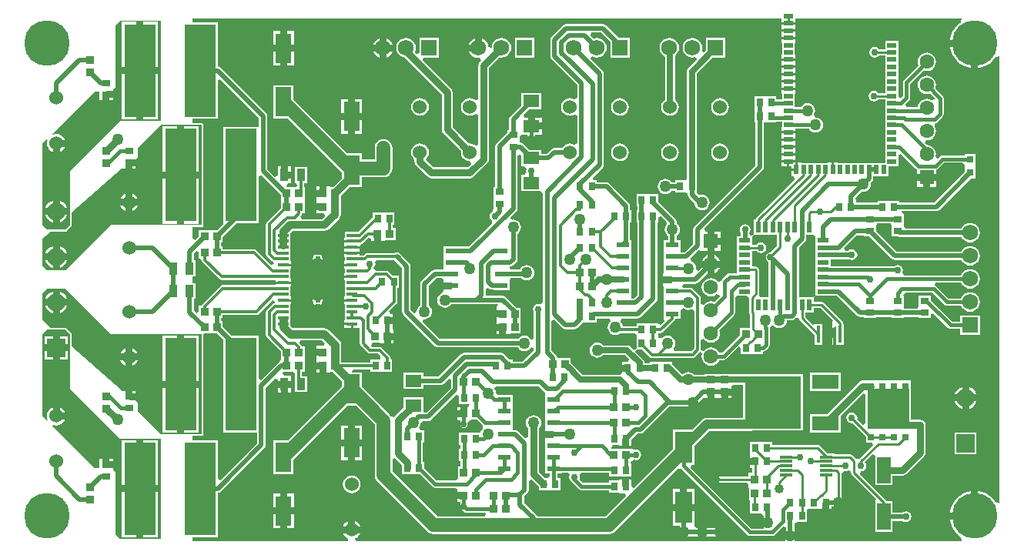
<source format=gtl>
G04 Layer_Physical_Order=1*
G04 Layer_Color=255*
%FSLAX24Y24*%
%MOIN*%
G70*
G01*
G75*
%ADD10R,0.0394X0.0236*%
%ADD11R,0.0236X0.0394*%
%ADD12R,0.0590X0.1170*%
%ADD13R,0.0157X0.0748*%
%ADD14R,0.0571X0.0236*%
%ADD15R,0.0750X0.1380*%
%ADD16R,0.1380X0.4020*%
%ADD17R,0.1181X0.0630*%
%ADD18R,0.2441X0.2283*%
%ADD19R,0.0374X0.0532*%
%ADD20R,0.0276X0.0374*%
%ADD21R,0.0374X0.0276*%
%ADD22R,0.0315X0.0315*%
%ADD23R,0.0709X0.0551*%
%ADD24R,0.0335X0.0374*%
%ADD25R,0.0374X0.0335*%
%ADD26R,0.0700X0.1300*%
%ADD27R,0.0500X0.0220*%
%ADD28R,0.0220X0.0500*%
%ADD29R,0.0460X0.0120*%
%ADD30R,0.1618X0.1717*%
%ADD31R,0.0540X0.0130*%
%ADD32R,0.0280X0.0310*%
%ADD33C,0.0200*%
%ADD34C,0.0120*%
%ADD35C,0.0100*%
%ADD36C,0.0300*%
%ADD37C,0.0350*%
%ADD38C,0.0340*%
%ADD39C,0.0150*%
%ADD40C,0.0600*%
%ADD41C,0.0250*%
%ADD42C,0.0098*%
%ADD43C,0.0400*%
%ADD44R,0.1654X0.0315*%
%ADD45C,0.0787*%
%ADD46R,0.0787X0.0787*%
%ADD47C,0.0600*%
%ADD48C,0.0630*%
%ADD49R,0.0630X0.0630*%
%ADD50C,0.0680*%
%ADD51R,0.0680X0.0680*%
%ADD52R,0.0680X0.0680*%
%ADD53C,0.1969*%
%ADD54C,0.0300*%
%ADD55C,0.0500*%
%ADD56C,0.0400*%
G36*
X33365Y23130D02*
Y22963D01*
X33958D01*
Y23010D01*
X33959Y23130D01*
X41160D01*
X41171Y23113D01*
X41135Y22953D01*
X41093Y22927D01*
X40963Y22816D01*
X40852Y22687D01*
X40763Y22541D01*
X40698Y22383D01*
X40658Y22217D01*
X40656Y22197D01*
X41732D01*
Y22047D01*
X41882D01*
Y20971D01*
X41902Y20973D01*
X42068Y21013D01*
X42226Y21078D01*
X42372Y21167D01*
X42501Y21278D01*
X42612Y21408D01*
X42638Y21450D01*
X42798Y21486D01*
X42815Y21475D01*
Y2147D01*
X42798Y2136D01*
X42638Y2172D01*
X42612Y2214D01*
X42501Y2344D01*
X42372Y2455D01*
X42226Y2544D01*
X42068Y2609D01*
X41902Y2649D01*
X41882Y2651D01*
Y1575D01*
X41732D01*
Y1425D01*
X40656D01*
X40658Y1405D01*
X40698Y1239D01*
X40763Y1081D01*
X40852Y936D01*
X40963Y806D01*
X41093Y695D01*
X41135Y669D01*
X41171Y509D01*
X41160Y492D01*
X33945D01*
X33935Y504D01*
X33892Y612D01*
X33910Y638D01*
X33924Y709D01*
Y1174D01*
X33978Y1288D01*
X34090Y1308D01*
X34470D01*
Y1840D01*
X34547Y1887D01*
X34566Y1898D01*
X34946D01*
X35057Y1878D01*
X35057Y1878D01*
Y1878D01*
X35145D01*
Y2165D01*
X35445D01*
Y1878D01*
X35533D01*
Y1982D01*
X35827D01*
X35897Y1996D01*
X35957Y2036D01*
X35996Y2095D01*
X36010Y2165D01*
X35996Y2236D01*
X35959Y2291D01*
Y3428D01*
X35986Y3462D01*
X36067Y3517D01*
X36122Y3506D01*
X36212Y3523D01*
X36258Y3555D01*
X36358Y3518D01*
X36378Y3502D01*
Y3450D01*
X36389Y3399D01*
X36417Y3356D01*
X37461Y2312D01*
X37420Y2214D01*
X37420D01*
Y884D01*
X38170D01*
Y1366D01*
X38614D01*
X38664Y1332D01*
X38754Y1315D01*
X38844Y1332D01*
X38920Y1383D01*
X38970Y1459D01*
X38988Y1549D01*
X38970Y1639D01*
X38920Y1715D01*
X38844Y1766D01*
X38754Y1784D01*
X38664Y1766D01*
X38614Y1733D01*
X38170D01*
Y2214D01*
X37918D01*
X37918Y2216D01*
X37889Y2259D01*
X36753Y3395D01*
X36811Y3506D01*
X36901Y3523D01*
X36977Y3574D01*
X37028Y3650D01*
X37046Y3740D01*
X37028Y3830D01*
X36977Y3906D01*
X36976Y3915D01*
X37304Y4242D01*
X37420Y4189D01*
Y2904D01*
X38170D01*
Y3335D01*
X38608D01*
X38698Y3352D01*
X38774Y3403D01*
X39536Y4165D01*
X39536Y4165D01*
X39587Y4241D01*
X39605Y4331D01*
Y5512D01*
X39587Y5602D01*
X39536Y5678D01*
X39460Y5728D01*
X39370Y5746D01*
X38974D01*
Y7102D01*
X38967Y7134D01*
X38962Y7142D01*
Y7437D01*
X38522D01*
Y7437D01*
X38462D01*
Y7437D01*
X38022D01*
Y7437D01*
X37962D01*
Y7437D01*
X37522D01*
X37522Y7437D01*
X37462D01*
Y7437D01*
X37402Y7437D01*
X37022D01*
Y7437D01*
X36874D01*
X36874Y7437D01*
X36784Y7419D01*
X36708Y7368D01*
X35331Y5991D01*
X34597D01*
Y5202D01*
X35938D01*
Y5935D01*
X36891Y6888D01*
X37011Y6838D01*
Y5577D01*
X36900Y5531D01*
X36644Y5787D01*
X36652Y5827D01*
X36634Y5917D01*
X36583Y5993D01*
X36507Y6044D01*
X36417Y6062D01*
X36328Y6044D01*
X36251Y5993D01*
X36201Y5917D01*
X36183Y5827D01*
X36201Y5737D01*
X36251Y5661D01*
X36328Y5611D01*
X36417Y5593D01*
X36458Y5601D01*
X37022Y5036D01*
Y4767D01*
X37297D01*
X37343Y4656D01*
X36738Y4052D01*
X36663Y4040D01*
X36588Y4052D01*
X36413Y4228D01*
X36370Y4256D01*
X36319Y4266D01*
X35664D01*
Y4279D01*
X35384D01*
X35042Y4621D01*
X34999Y4650D01*
X34948Y4660D01*
X32954D01*
Y4795D01*
X32518D01*
X32518Y4795D01*
X32442D01*
Y4795D01*
X32398Y4795D01*
X32007D01*
Y4336D01*
X31987Y4224D01*
X31987Y4224D01*
X31987Y4224D01*
Y4087D01*
X32224D01*
Y3787D01*
X31987D01*
Y3650D01*
X32092D01*
Y3437D01*
X31947D01*
Y3282D01*
X30478D01*
X30427Y3272D01*
X30384Y3243D01*
X30384Y3243D01*
X30355Y3200D01*
X30345Y3150D01*
X30355Y3099D01*
X30384Y3056D01*
X30427Y3027D01*
X30478Y3017D01*
X30478Y3017D01*
X31862D01*
X31947Y2932D01*
Y2863D01*
X31967Y2751D01*
Y2292D01*
X31967D01*
X32007Y2236D01*
Y1701D01*
X32387D01*
X32498Y1681D01*
X32507D01*
X32592Y1597D01*
Y1280D01*
X32606Y1209D01*
X32644Y1153D01*
X32641Y1135D01*
X32605Y1033D01*
X32065D01*
X29430Y3667D01*
X29476Y3778D01*
X29589D01*
Y4604D01*
X30254Y5269D01*
X32067D01*
X32109Y5274D01*
X34312D01*
Y7718D01*
X31819D01*
X31811Y7719D01*
X30157D01*
X30150Y7718D01*
X30048D01*
Y7689D01*
X29586D01*
X29566Y7716D01*
X29497Y7769D01*
X29417Y7802D01*
X29331Y7813D01*
X29245Y7802D01*
X29164Y7769D01*
X29095Y7716D01*
X29059Y7713D01*
X28652Y8120D01*
X28623Y8139D01*
Y8239D01*
X28188D01*
Y8239D01*
X28111D01*
Y8239D01*
X27676D01*
Y8181D01*
X27442D01*
Y8239D01*
X27427D01*
X27418Y8289D01*
X27372Y8356D01*
X27043Y8686D01*
X27110Y8788D01*
X27329D01*
X27655Y8462D01*
X27655Y8462D01*
X27701Y8431D01*
X27756Y8420D01*
X28051D01*
X28051Y8420D01*
X28051Y8420D01*
X29528D01*
X29528Y8420D01*
X29582Y8431D01*
X29628Y8462D01*
X29842Y8675D01*
X29842Y8675D01*
X29938Y8606D01*
X29930Y8587D01*
X29917Y8484D01*
X29930Y8381D01*
X29970Y8285D01*
X30033Y8203D01*
X30116Y8139D01*
X30212Y8099D01*
X30315Y8086D01*
X30418Y8099D01*
X30514Y8139D01*
X30597Y8203D01*
X30660Y8285D01*
X30677Y8326D01*
X30856D01*
X30917Y8338D01*
X30968Y8372D01*
X31502Y8906D01*
X31613Y8861D01*
Y8591D01*
X32005D01*
X32048Y8591D01*
Y8591D01*
X32125D01*
Y8591D01*
X32560D01*
Y8700D01*
X32579D01*
X32639Y8712D01*
X32690Y8747D01*
X32806Y8862D01*
X32841Y8914D01*
X32853Y8974D01*
Y9708D01*
X32853Y9709D01*
X32942Y9804D01*
X33032D01*
X33101Y9751D01*
X33182Y9718D01*
X33268Y9707D01*
X33354Y9718D01*
X33434Y9751D01*
X33503Y9804D01*
X33556Y9873D01*
X33589Y9953D01*
X33601Y10039D01*
X33612Y10053D01*
X33819D01*
X33889Y10067D01*
X33949Y10106D01*
X33999Y10157D01*
X34057Y10148D01*
X34124Y10113D01*
X34130Y10087D01*
X34158Y10044D01*
X34802Y9400D01*
Y8995D01*
X35119D01*
Y9903D01*
X34802D01*
Y9903D01*
X34712Y9865D01*
X34385Y10193D01*
Y10382D01*
X34757D01*
Y10579D01*
X35060D01*
X35596Y10043D01*
X35583Y10010D01*
Y9599D01*
X35612D01*
Y9730D01*
X35732Y9794D01*
X35747Y9784D01*
Y8995D01*
X36064D01*
Y9903D01*
X36038D01*
Y9921D01*
X36028Y9972D01*
X35999Y10015D01*
X35209Y10805D01*
X35166Y10834D01*
X35115Y10844D01*
X34757D01*
Y11017D01*
X34796Y11070D01*
X34849Y11109D01*
X35485D01*
Y11116D01*
X35770D01*
X36642Y10244D01*
X36701Y10204D01*
X36772Y10190D01*
X36938D01*
Y10156D01*
X37472D01*
Y10190D01*
X38119D01*
Y10156D01*
X38653D01*
Y10190D01*
X39300D01*
Y10156D01*
X39834D01*
Y10322D01*
X39945Y10367D01*
X40581Y9731D01*
X40633Y9697D01*
X40693Y9684D01*
X41115D01*
Y9423D01*
X41955D01*
Y10262D01*
X41115D01*
Y10001D01*
X40759D01*
X39834Y10925D01*
Y11104D01*
X39300D01*
Y10668D01*
X39300Y10668D01*
X39277Y10558D01*
X38676D01*
X38653Y10668D01*
X38653Y10712D01*
Y11104D01*
X38653D01*
X38640Y11143D01*
X38727Y11259D01*
X39895D01*
X40424Y10731D01*
X40475Y10697D01*
X40535Y10684D01*
X41146D01*
X41169Y10631D01*
X41236Y10543D01*
X41324Y10476D01*
X41426Y10433D01*
X41535Y10419D01*
X41645Y10433D01*
X41747Y10476D01*
X41835Y10543D01*
X41902Y10631D01*
X41945Y10733D01*
X41959Y10843D01*
X41945Y10952D01*
X41902Y11054D01*
X41835Y11142D01*
X41747Y11209D01*
X41645Y11252D01*
X41535Y11266D01*
X41426Y11252D01*
X41324Y11209D01*
X41236Y11142D01*
X41169Y11054D01*
X41146Y11001D01*
X40601D01*
X40072Y11529D01*
X40021Y11563D01*
X40015Y11564D01*
X40027Y11684D01*
X41146D01*
X41169Y11631D01*
X41236Y11543D01*
X41324Y11476D01*
X41426Y11433D01*
X41535Y11419D01*
X41645Y11433D01*
X41747Y11476D01*
X41835Y11543D01*
X41902Y11631D01*
X41945Y11733D01*
X41959Y11843D01*
X41945Y11952D01*
X41902Y12054D01*
X41835Y12142D01*
X41747Y12209D01*
X41645Y12252D01*
X41535Y12266D01*
X41426Y12252D01*
X41324Y12209D01*
X41236Y12142D01*
X41169Y12054D01*
X41146Y12001D01*
X38670D01*
X38603Y12114D01*
X38604Y12121D01*
X38620Y12205D01*
X38602Y12294D01*
X38552Y12371D01*
X38476Y12421D01*
X38386Y12439D01*
X38296Y12421D01*
X38267Y12402D01*
X35485D01*
Y12690D01*
X36308D01*
X36328Y12677D01*
X36417Y12659D01*
X36507Y12677D01*
X36583Y12728D01*
X36634Y12804D01*
X36652Y12894D01*
X36634Y12983D01*
X36583Y13060D01*
X36507Y13110D01*
X36417Y13128D01*
X36328Y13110D01*
X36251Y13060D01*
X36250Y13058D01*
X36125D01*
X36075Y13177D01*
X36631Y13734D01*
X36938D01*
Y13700D01*
X37163D01*
X38150Y12713D01*
X38209Y12673D01*
X38280Y12659D01*
X41157D01*
X41169Y12631D01*
X41236Y12543D01*
X41324Y12476D01*
X41426Y12433D01*
X41535Y12419D01*
X41645Y12433D01*
X41747Y12476D01*
X41835Y12543D01*
X41902Y12631D01*
X41945Y12733D01*
X41959Y12843D01*
X41945Y12952D01*
X41902Y13054D01*
X41835Y13142D01*
X41747Y13209D01*
X41645Y13252D01*
X41535Y13266D01*
X41426Y13252D01*
X41324Y13209D01*
X41236Y13142D01*
X41169Y13054D01*
X41157Y13026D01*
X38356D01*
X37472Y13910D01*
Y14135D01*
X37472Y14135D01*
X37495Y14246D01*
X38096D01*
X38119Y14135D01*
X38119Y14091D01*
Y13700D01*
X38351D01*
X38390Y13673D01*
X38461Y13659D01*
X41157D01*
X41169Y13631D01*
X41236Y13543D01*
X41324Y13476D01*
X41426Y13433D01*
X41535Y13419D01*
X41645Y13433D01*
X41747Y13476D01*
X41835Y13543D01*
X41902Y13631D01*
X41945Y13733D01*
X41959Y13843D01*
X41945Y13952D01*
X41902Y14054D01*
X41835Y14142D01*
X41747Y14209D01*
X41645Y14252D01*
X41535Y14266D01*
X41426Y14252D01*
X41324Y14209D01*
X41236Y14142D01*
X41169Y14054D01*
X41157Y14026D01*
X38738D01*
X38653Y14111D01*
X38653Y14211D01*
X38653Y14255D01*
Y14647D01*
X38653D01*
X38569Y14767D01*
X38571Y14777D01*
X40059D01*
X40129Y14791D01*
X40189Y14831D01*
X41557Y16200D01*
X41773D01*
Y16670D01*
X41773Y16674D01*
Y16790D01*
X41773Y16794D01*
Y17265D01*
X41298D01*
Y17186D01*
X40335D01*
X40274Y17174D01*
X40223Y17139D01*
X40151Y17068D01*
X40050Y17136D01*
X40050Y17137D01*
X40064Y17240D01*
X40050Y17343D01*
X40010Y17439D01*
X39947Y17522D01*
X39865Y17585D01*
X39768Y17625D01*
X39672Y17638D01*
X39578Y17732D01*
X39634Y17846D01*
X39665Y17842D01*
X39768Y17855D01*
X39865Y17895D01*
X39947Y17958D01*
X40010Y18041D01*
X40050Y18137D01*
X40064Y18240D01*
X40050Y18343D01*
X40010Y18439D01*
X39993Y18462D01*
X39995Y18490D01*
X40045Y18591D01*
X40060Y18594D01*
X40112Y18628D01*
X40348Y18865D01*
X40382Y18916D01*
X40394Y18976D01*
Y19669D01*
X40382Y19730D01*
X40348Y19781D01*
X40033Y20096D01*
X40050Y20137D01*
X40064Y20240D01*
X40050Y20343D01*
X40010Y20439D01*
X39947Y20522D01*
X39865Y20585D01*
X39768Y20625D01*
X39665Y20639D01*
X39562Y20625D01*
X39466Y20585D01*
X39384Y20522D01*
X39320Y20439D01*
X39281Y20343D01*
X39267Y20240D01*
X39281Y20137D01*
X39320Y20041D01*
X39384Y19958D01*
X39466Y19895D01*
X39562Y19855D01*
X39665Y19842D01*
X39768Y19855D01*
X39810Y19872D01*
X40025Y19657D01*
X40017Y19620D01*
X39882Y19572D01*
X39865Y19585D01*
X39768Y19625D01*
X39665Y19639D01*
X39562Y19625D01*
X39466Y19585D01*
X39384Y19522D01*
X39320Y19439D01*
X39281Y19343D01*
X39274Y19292D01*
X38780D01*
X38730Y19412D01*
X38891Y19573D01*
X38926Y19625D01*
X38938Y19685D01*
Y20289D01*
X39521Y20872D01*
X39562Y20855D01*
X39665Y20842D01*
X39768Y20855D01*
X39865Y20895D01*
X39947Y20958D01*
X40010Y21041D01*
X40050Y21137D01*
X40064Y21240D01*
X40050Y21343D01*
X40010Y21439D01*
X39947Y21522D01*
X39865Y21585D01*
X39768Y21625D01*
X39665Y21639D01*
X39562Y21625D01*
X39466Y21585D01*
X39384Y21522D01*
X39320Y21439D01*
X39281Y21343D01*
X39267Y21240D01*
X39281Y21137D01*
X39298Y21096D01*
X38668Y20466D01*
X38634Y20415D01*
X38621Y20354D01*
Y19757D01*
X38530Y19682D01*
X38426Y19725D01*
Y20196D01*
Y20511D01*
Y20826D01*
Y21140D01*
Y21455D01*
Y21770D01*
Y22167D01*
X37873D01*
Y21786D01*
X37590D01*
X37567Y21819D01*
X37491Y21870D01*
X37402Y21888D01*
X37312Y21870D01*
X37236Y21819D01*
X37185Y21743D01*
X37167Y21654D01*
X37185Y21564D01*
X37236Y21488D01*
X37312Y21437D01*
X37402Y21419D01*
X37491Y21437D01*
X37567Y21488D01*
X37590Y21521D01*
X37873D01*
Y21140D01*
Y20826D01*
Y20511D01*
Y20196D01*
Y19896D01*
X37570D01*
X37548Y19930D01*
X37472Y19980D01*
X37382Y19998D01*
X37292Y19980D01*
X37216Y19930D01*
X37165Y19854D01*
X37147Y19764D01*
X37165Y19674D01*
X37216Y19598D01*
X37292Y19547D01*
X37382Y19529D01*
X37472Y19547D01*
X37548Y19598D01*
X37570Y19631D01*
X37873D01*
Y19251D01*
Y18936D01*
Y18621D01*
Y18306D01*
Y17991D01*
Y17676D01*
Y17361D01*
Y16852D01*
X35809D01*
Y16872D01*
X35641D01*
Y16575D01*
X35541D01*
Y16872D01*
X35372D01*
Y16852D01*
X34234D01*
Y16872D01*
X34066D01*
Y16575D01*
X34016D01*
Y16525D01*
X33798D01*
Y16278D01*
X33898D01*
X33944Y16167D01*
X32288Y14511D01*
X32259Y14468D01*
X32250Y14422D01*
X32172D01*
Y13786D01*
X32133Y13733D01*
X32095Y13705D01*
X32008Y13726D01*
X31982Y13847D01*
X32008Y13887D01*
X32026Y13976D01*
X32008Y14066D01*
X31957Y14142D01*
X31881Y14193D01*
X31791Y14211D01*
X31702Y14193D01*
X31626Y14142D01*
X31575Y14066D01*
X31557Y13976D01*
X31575Y13887D01*
X31608Y13837D01*
Y13694D01*
X31445D01*
Y13314D01*
Y12999D01*
Y12684D01*
Y12369D01*
Y12087D01*
X31122D01*
X31062Y12075D01*
X31010Y12041D01*
X30794Y11824D01*
X30759Y11773D01*
X30756Y11754D01*
X30641Y11720D01*
X30631Y11721D01*
X30597Y11766D01*
X30514Y11829D01*
X30418Y11869D01*
X30315Y11883D01*
X30212Y11869D01*
X30116Y11829D01*
X30033Y11766D01*
X29970Y11683D01*
X29930Y11587D01*
X29917Y11484D01*
X29930Y11381D01*
X29970Y11285D01*
X30033Y11203D01*
X30116Y11139D01*
X30212Y11099D01*
X30315Y11086D01*
X30418Y11099D01*
X30514Y11139D01*
X30559Y11174D01*
X30671Y11145D01*
X30691Y11129D01*
X30699Y11092D01*
X30459Y10852D01*
X30418Y10869D01*
X30315Y10883D01*
X30212Y10869D01*
X30116Y10829D01*
X30033Y10766D01*
X30003Y10727D01*
X29883Y10768D01*
Y11007D01*
X29873Y11062D01*
X29842Y11108D01*
X29842Y11108D01*
X29538Y11412D01*
X29492Y11443D01*
X29437Y11454D01*
X29437Y11454D01*
X29111D01*
X29068Y11508D01*
X29125Y11628D01*
X29642D01*
X29712Y11641D01*
X29772Y11681D01*
X30165Y12075D01*
Y12334D01*
X29905D01*
X29769Y12198D01*
X29657Y12256D01*
X29664Y12303D01*
X29652Y12389D01*
X29619Y12470D01*
X29566Y12539D01*
X29497Y12591D01*
X29469Y12603D01*
X29435Y12726D01*
X29437Y12741D01*
X29780Y13083D01*
X29900Y13069D01*
X29900Y13069D01*
X30165D01*
Y13484D01*
Y13899D01*
X30077D01*
X30027Y14019D01*
X32551Y16543D01*
X32591Y16603D01*
X32605Y16673D01*
Y18608D01*
X32715Y18631D01*
X32759Y18631D01*
X33151D01*
Y18661D01*
X33385D01*
Y18407D01*
X33365D01*
Y18239D01*
X33958D01*
Y18346D01*
X34551D01*
X34554Y18338D01*
X34607Y18269D01*
X34676Y18216D01*
X34756Y18182D01*
X34843Y18171D01*
X34929Y18182D01*
X35009Y18216D01*
X35078Y18269D01*
X35131Y18338D01*
X35164Y18418D01*
X35175Y18504D01*
X35164Y18590D01*
X35131Y18670D01*
X35078Y18739D01*
X35009Y18792D01*
X34929Y18825D01*
X34843Y18837D01*
X34826Y18835D01*
X34761Y18947D01*
X34776Y18967D01*
X34810Y19048D01*
X34821Y19134D01*
X34810Y19220D01*
X34776Y19300D01*
X34724Y19369D01*
X34655Y19422D01*
X34574Y19455D01*
X34488Y19467D01*
X34402Y19455D01*
X34322Y19422D01*
X34253Y19369D01*
X34200Y19300D01*
X34196Y19292D01*
X33938D01*
Y19566D01*
Y19861D01*
X33958D01*
Y20029D01*
X33365D01*
Y19861D01*
X33385D01*
Y19607D01*
X33151D01*
Y19755D01*
X32759D01*
X32639Y19755D01*
X32595Y19755D01*
X32203D01*
Y19221D01*
X32203D01*
Y19165D01*
X32203D01*
Y18631D01*
X32238D01*
Y16749D01*
X29595Y14106D01*
X29555Y14047D01*
X29541Y13976D01*
Y13363D01*
X29172Y12995D01*
X29001D01*
X28997Y13113D01*
X28997Y13129D01*
Y13509D01*
X28825D01*
Y13701D01*
X28877Y13741D01*
X28930Y13810D01*
X28963Y13890D01*
X28975Y13976D01*
X28963Y14063D01*
X28930Y14143D01*
X28877Y14212D01*
X28825Y14252D01*
Y14331D01*
X28811Y14401D01*
X28772Y14460D01*
X28033Y15199D01*
Y15523D01*
X27641D01*
X27521Y15523D01*
X27477Y15523D01*
X27085D01*
Y14989D01*
X27120D01*
Y14834D01*
X27085D01*
Y14300D01*
X27120D01*
Y11139D01*
X26975Y10995D01*
X26856D01*
X26852Y11113D01*
X26852Y11129D01*
Y11493D01*
X26852Y11509D01*
Y11613D01*
X26852Y11629D01*
Y11993D01*
X26852Y12009D01*
Y12113D01*
X26852Y12129D01*
Y12493D01*
X26852Y12509D01*
Y12613D01*
X26852Y12629D01*
Y12993D01*
X26852Y13009D01*
Y13113D01*
X26852Y13129D01*
Y13509D01*
X26817D01*
Y14300D01*
X26852D01*
Y14834D01*
X26817D01*
Y15000D01*
X26803Y15070D01*
X26764Y15130D01*
X25917Y15976D01*
X25858Y16016D01*
X25787Y16030D01*
X25375D01*
Y16113D01*
X25233D01*
X25187Y16224D01*
X25627Y16664D01*
X25666Y16723D01*
X25680Y16793D01*
Y20731D01*
X25666Y20802D01*
X25627Y20861D01*
X25102Y21386D01*
X25166Y21484D01*
X25268Y21441D01*
X25378Y21427D01*
X25488Y21441D01*
X25590Y21484D01*
X25677Y21551D01*
X25745Y21639D01*
X25787Y21741D01*
X25802Y21850D01*
X25787Y21960D01*
X25745Y22062D01*
X25677Y22150D01*
X25590Y22217D01*
X25488Y22260D01*
X25378Y22274D01*
X25268Y22260D01*
X25249Y22252D01*
X25105Y22396D01*
X25151Y22507D01*
X25567D01*
X25958Y22116D01*
Y21430D01*
X26798D01*
Y22270D01*
X26323D01*
X25773Y22820D01*
X25713Y22860D01*
X25643Y22874D01*
X24030D01*
X23960Y22860D01*
X23900Y22820D01*
X23408Y22328D01*
X23368Y22269D01*
X23354Y22198D01*
Y21502D01*
X23368Y21432D01*
X23408Y21373D01*
X24529Y20252D01*
Y19679D01*
X24409Y19620D01*
X24404Y19623D01*
X24312Y19662D01*
X24213Y19675D01*
X24113Y19662D01*
X24021Y19623D01*
X23942Y19562D01*
X23881Y19483D01*
X23842Y19391D01*
X23829Y19291D01*
X23842Y19192D01*
X23881Y19100D01*
X23942Y19020D01*
X24021Y18959D01*
X24113Y18921D01*
X24213Y18908D01*
X24312Y18921D01*
X24404Y18959D01*
X24409Y18963D01*
X24529Y18904D01*
Y17710D01*
X24409Y17651D01*
X24404Y17655D01*
X24312Y17693D01*
X24213Y17706D01*
X24113Y17693D01*
X24021Y17655D01*
X23942Y17594D01*
X23881Y17514D01*
X23877Y17506D01*
X23524D01*
X23453Y17492D01*
X23394Y17453D01*
X23202Y17260D01*
X22974D01*
Y17432D01*
X22443D01*
X22187Y17689D01*
X22127Y17729D01*
X22057Y17743D01*
X22042D01*
X22019Y17853D01*
X22019Y17853D01*
X22019Y17853D01*
Y17987D01*
X22085Y18079D01*
X22381D01*
Y17815D01*
X22393Y17754D01*
X22428Y17703D01*
X22479Y17669D01*
X22539Y17657D01*
X22600Y17669D01*
X22651Y17703D01*
X22685Y17754D01*
X22697Y17815D01*
Y18079D01*
X22994D01*
Y18305D01*
X22539D01*
Y18455D01*
X22389D01*
Y18830D01*
X22249D01*
X22203Y18941D01*
X22443Y19182D01*
X22974D01*
Y19893D01*
X22105D01*
Y19363D01*
X21622Y18880D01*
X21582Y18820D01*
X21568Y18750D01*
Y18289D01*
X21485D01*
Y18159D01*
X21032Y17706D01*
X20992Y17646D01*
X20978Y17576D01*
Y15828D01*
X20894D01*
Y15392D01*
X20894D01*
Y15316D01*
X20894D01*
Y14881D01*
X20894Y14881D01*
X20861Y14774D01*
X20799Y14733D01*
X20748Y14657D01*
X20730Y14567D01*
X20748Y14477D01*
X20799Y14401D01*
X20821Y14386D01*
X20847Y14243D01*
X19841Y13237D01*
X19470D01*
Y13251D01*
X18739D01*
Y12871D01*
X18739Y12855D01*
Y12751D01*
X18739Y12735D01*
Y12371D01*
X18739Y12355D01*
X18735Y12237D01*
X18352D01*
X18282Y12223D01*
X18223Y12183D01*
X17784Y11744D01*
X17744Y11684D01*
X17730Y11614D01*
Y10708D01*
X17678Y10668D01*
X17625Y10599D01*
X17592Y10519D01*
X17581Y10433D01*
X17584Y10404D01*
X17471Y10348D01*
X17310Y10509D01*
Y12402D01*
X17296Y12472D01*
X17256Y12531D01*
X16847Y12940D01*
X16788Y12980D01*
X16718Y12994D01*
X16647Y12980D01*
X16607Y12953D01*
X15423D01*
X15423Y12953D01*
X15368Y12942D01*
X15322Y12911D01*
X15322Y12911D01*
X15260Y12849D01*
X15102D01*
Y12913D01*
X14772D01*
X14442D01*
Y12803D01*
X14462D01*
Y12611D01*
X14442D01*
Y12501D01*
X14772D01*
Y12401D01*
X14442D01*
Y12291D01*
X14462D01*
Y12099D01*
X14442D01*
Y11989D01*
X14772D01*
Y11889D01*
X14442D01*
Y11779D01*
X14462D01*
Y11543D01*
Y11075D01*
X14442D01*
Y10965D01*
X14772D01*
Y10865D01*
X14442D01*
Y10755D01*
X14462D01*
Y10519D01*
Y10052D01*
X14442D01*
Y9942D01*
X14772D01*
Y9892D01*
X14822D01*
Y9732D01*
X15102D01*
X15113Y9616D01*
Y9055D01*
X15113Y9055D01*
X15124Y9000D01*
X15155Y8954D01*
X15450Y8659D01*
X15450Y8659D01*
X15497Y8628D01*
X15551Y8617D01*
X15551Y8617D01*
X15905D01*
X16003Y8520D01*
X15996Y8366D01*
X15961Y8338D01*
X15570D01*
Y8214D01*
X14305D01*
Y8661D01*
Y8986D01*
X14285Y9086D01*
X14229Y9170D01*
X13767Y9633D01*
X13682Y9689D01*
X13583Y9709D01*
X12214D01*
X12112Y9810D01*
Y10264D01*
Y10755D01*
X12132D01*
Y10865D01*
X11802D01*
Y10965D01*
X12132D01*
Y11075D01*
X12112D01*
Y11523D01*
X12132D01*
Y11633D01*
X11802D01*
X11472D01*
Y11570D01*
X9163D01*
X9109Y11559D01*
X9062Y11528D01*
X9062Y11528D01*
X8295Y10760D01*
X8264Y10714D01*
X8261Y10700D01*
X8148D01*
Y10408D01*
X8037Y10362D01*
X7930Y10470D01*
Y10973D01*
X8013D01*
Y11665D01*
X7874D01*
Y11957D01*
X8013D01*
Y12649D01*
X7930D01*
Y12955D01*
X8037Y13063D01*
X8148Y13017D01*
Y12725D01*
X8158D01*
X8253Y12667D01*
X8264Y12613D01*
X8295Y12566D01*
X9023Y11838D01*
X9023Y11838D01*
X9069Y11807D01*
X9124Y11796D01*
X9124Y11796D01*
X11472D01*
Y11733D01*
X11802D01*
X12132D01*
Y11843D01*
X12112D01*
Y12291D01*
X12132D01*
Y12401D01*
X11802D01*
Y12501D01*
X12132D01*
Y12611D01*
X12112D01*
Y13079D01*
Y13334D01*
Y13819D01*
X12212Y13918D01*
X13583D01*
X13680Y13938D01*
X13763Y13993D01*
X14226Y14456D01*
X14281Y14538D01*
X14300Y14636D01*
Y14961D01*
Y15446D01*
X14676Y15822D01*
X15194D01*
Y16251D01*
X16142D01*
X16241Y16264D01*
X16333Y16302D01*
X16413Y16363D01*
X16474Y16442D01*
X16512Y16535D01*
X16525Y16634D01*
Y17520D01*
X16512Y17619D01*
X16474Y17711D01*
X16413Y17791D01*
X16333Y17852D01*
X16241Y17890D01*
X16142Y17903D01*
X16043Y17890D01*
X15950Y17852D01*
X15871Y17791D01*
X15810Y17711D01*
X15772Y17619D01*
X15758Y17520D01*
Y17017D01*
X15194D01*
Y17282D01*
X14576D01*
X12241Y19616D01*
Y20234D01*
X11381D01*
Y18774D01*
X11999D01*
X14334Y16439D01*
Y16200D01*
X13952Y15818D01*
X13893D01*
X13781Y15838D01*
X13686Y15838D01*
X13664D01*
Y15551D01*
X13514D01*
Y15401D01*
X13246D01*
Y15368D01*
X13246Y15264D01*
X13246Y15144D01*
Y15111D01*
X13514D01*
Y14811D01*
X13246D01*
Y14674D01*
X13566D01*
X13612Y14563D01*
X13477Y14428D01*
X12587D01*
X12541Y14539D01*
X12571Y14570D01*
X12602Y14616D01*
X12613Y14671D01*
X12718Y14694D01*
Y15164D01*
X12718Y15228D01*
X12718Y15348D01*
Y15818D01*
X12712D01*
Y15993D01*
X12836D01*
Y16684D01*
X12302D01*
Y15993D01*
X12353D01*
X12396Y15873D01*
X12341Y15818D01*
X12223Y15818D01*
X12103Y15818D01*
X11953D01*
X11928Y15853D01*
X11989Y15973D01*
X12128D01*
Y16189D01*
X11841D01*
Y16339D01*
X11691D01*
Y16704D01*
X11554D01*
Y16306D01*
X11443Y16260D01*
X11109Y16594D01*
Y18898D01*
X11095Y18968D01*
X11055Y19027D01*
X9086Y20996D01*
X9027Y21036D01*
X8960Y21049D01*
Y22956D01*
X7874D01*
Y23130D01*
X33365Y23130D01*
D02*
G37*
G36*
X6496Y18701D02*
X4724D01*
X2559Y16535D01*
Y14173D01*
X2362Y13976D01*
X1575D01*
X1378Y14173D01*
Y17717D01*
X1555Y17893D01*
X1597Y17865D01*
X1579Y17821D01*
X1565Y17717D01*
X1579Y17612D01*
X1619Y17515D01*
X1683Y17431D01*
X1767Y17367D01*
X1819Y17346D01*
Y17717D01*
X1969D01*
Y17867D01*
X2339D01*
X2318Y17918D01*
X2254Y18002D01*
X2170Y18066D01*
X2073Y18106D01*
X1969Y18120D01*
X1864Y18106D01*
X1820Y18088D01*
X1792Y18130D01*
X3622Y19961D01*
X3847D01*
Y19585D01*
X3984D01*
Y19823D01*
X4134D01*
Y19973D01*
X4421D01*
Y20051D01*
X4528Y20157D01*
Y22835D01*
X4724Y23031D01*
X6496D01*
Y18701D01*
D02*
G37*
G36*
X39180Y16621D02*
X39231Y16586D01*
X39250Y16582D01*
Y16390D01*
X39665D01*
X40080D01*
Y16582D01*
X40100Y16586D01*
X40151Y16621D01*
X40400Y16870D01*
X41209D01*
X41298Y16790D01*
Y16674D01*
X41298Y16670D01*
Y16459D01*
X39983Y15144D01*
X38466D01*
Y15228D01*
X38074D01*
X37954Y15228D01*
X37910Y15228D01*
X37518D01*
Y15144D01*
X36596D01*
Y15228D01*
X36586D01*
X36572Y15348D01*
X36845Y15621D01*
X36909Y15612D01*
X36996Y15623D01*
X37076Y15657D01*
X37145Y15710D01*
X37198Y15778D01*
X37231Y15859D01*
X37242Y15945D01*
X37234Y16010D01*
X37295Y16071D01*
X37335Y16131D01*
X37349Y16201D01*
Y16298D01*
X37993D01*
Y16731D01*
X38426D01*
Y17204D01*
X38546Y17254D01*
X39180Y16621D01*
D02*
G37*
G36*
X10742Y18822D02*
Y18544D01*
X10731Y18429D01*
X9191D01*
Y14249D01*
X9191D01*
X9204Y14218D01*
X8935Y13948D01*
X8680D01*
Y13948D01*
X8643D01*
Y13948D01*
X8148D01*
Y13693D01*
X7985Y13530D01*
X7874Y13576D01*
Y14092D01*
X8268D01*
X8299Y14098D01*
X8325Y14116D01*
X8343Y14142D01*
X8349Y14173D01*
Y18504D01*
X8343Y18535D01*
X8325Y18562D01*
X8299Y18579D01*
X8268Y18585D01*
X7874D01*
Y18776D01*
X8960D01*
Y20447D01*
X9071Y20493D01*
X10742Y18822D01*
D02*
G37*
G36*
X8268Y14173D02*
X4331D01*
X2559Y12402D01*
X2362Y12205D01*
X1575D01*
X1378Y12402D01*
Y13583D01*
X1729Y13895D01*
X2362D01*
X2362Y13895D01*
X2393Y13901D01*
X2420Y13919D01*
X2617Y14116D01*
X2634Y14142D01*
X2641Y14173D01*
X2641Y14173D01*
Y14705D01*
X4788Y16614D01*
X4831Y16632D01*
Y16632D01*
X4831Y16632D01*
X4968D01*
Y16870D01*
X5118D01*
Y17020D01*
X5405D01*
Y17026D01*
X5512Y17133D01*
Y17520D01*
X6496Y18504D01*
X8268D01*
Y14173D01*
D02*
G37*
G36*
X33097Y13742D02*
X33175D01*
Y13283D01*
X32869Y12978D01*
X32804Y12965D01*
X32744Y12925D01*
X32704Y12866D01*
X32690Y12795D01*
X32704Y12725D01*
X32744Y12665D01*
X32809Y12601D01*
Y11062D01*
X32782D01*
Y11042D01*
X32449D01*
X32400Y11162D01*
X32406Y11170D01*
X32416Y11220D01*
Y12205D01*
X32406Y12255D01*
X32377Y12298D01*
X32338Y12338D01*
X32295Y12367D01*
X32244Y12377D01*
X32105D01*
Y12684D01*
Y13056D01*
X32292D01*
X32314Y13023D01*
X32391Y12972D01*
X32480Y12954D01*
X32570Y12972D01*
X32646Y13023D01*
X32697Y13099D01*
X32715Y13189D01*
X32697Y13279D01*
X32646Y13355D01*
X32570Y13406D01*
X32480Y13423D01*
X32391Y13406D01*
X32314Y13355D01*
X32292Y13322D01*
X32105D01*
Y13670D01*
X32144Y13723D01*
X32197Y13762D01*
X33097D01*
Y13742D01*
D02*
G37*
G36*
X11692Y15492D02*
Y15284D01*
X11692D01*
Y15228D01*
X11692D01*
Y14915D01*
X11091Y14315D01*
X11061Y14269D01*
X11050Y14214D01*
X11050Y14214D01*
Y12922D01*
X11050Y12922D01*
X11061Y12867D01*
X11091Y12821D01*
X11307Y12606D01*
X11307Y12606D01*
X11353Y12575D01*
X11400Y12474D01*
X11284Y12441D01*
X10632Y13093D01*
X10586Y13124D01*
X10532Y13135D01*
X10531Y13135D01*
X9174D01*
Y13259D01*
X9111D01*
Y13414D01*
X9174D01*
Y13669D01*
X9754Y14249D01*
X10731D01*
Y16283D01*
X10851Y16333D01*
X11692Y15492D01*
D02*
G37*
G36*
X22105Y17194D02*
Y16721D01*
X22243D01*
X22273Y16684D01*
X22318Y16601D01*
X22305Y16535D01*
X22318Y16470D01*
X22273Y16387D01*
X22243Y16350D01*
X22105D01*
Y15639D01*
X22925D01*
X22978Y15633D01*
X23040Y15546D01*
Y10815D01*
X22925Y10748D01*
X22920Y10749D01*
X22835Y10766D01*
X22745Y10748D01*
X22669Y10697D01*
X22618Y10621D01*
X22600Y10532D01*
X22618Y10442D01*
X22651Y10392D01*
Y9557D01*
X22652Y9552D01*
X22651Y9547D01*
Y9248D01*
X22536Y9222D01*
X22531Y9223D01*
X22479Y9290D01*
X22411Y9343D01*
X22330Y9377D01*
X22244Y9388D01*
X22158Y9377D01*
X22078Y9343D01*
X22009Y9290D01*
X21969Y9239D01*
X18580D01*
X17828Y9990D01*
X17884Y10104D01*
X17913Y10100D01*
X18000Y10112D01*
X18080Y10145D01*
X18149Y10198D01*
X18202Y10267D01*
X18235Y10347D01*
X18246Y10433D01*
X18235Y10519D01*
X18202Y10599D01*
X18149Y10668D01*
X18097Y10708D01*
Y11538D01*
X18428Y11870D01*
X18667D01*
X18719Y11771D01*
X18719Y11743D01*
Y11703D01*
X19104D01*
Y11403D01*
X18719D01*
X18719Y11358D01*
X18718Y11332D01*
X18678Y11232D01*
X18633Y11213D01*
X18564Y11161D01*
X18511Y11092D01*
X18478Y11011D01*
X18466Y10925D01*
X18478Y10839D01*
X18511Y10759D01*
X18564Y10690D01*
X18633Y10637D01*
X18713Y10604D01*
X18799Y10592D01*
X18885Y10604D01*
X18966Y10637D01*
X19035Y10690D01*
X19074Y10742D01*
X21115D01*
X21115Y10742D01*
X21051Y10622D01*
X21022D01*
Y10485D01*
X21289D01*
Y10185D01*
X21022D01*
Y10151D01*
X21022Y10048D01*
X21022Y9928D01*
Y9894D01*
X21289D01*
Y9744D01*
X21439D01*
Y9457D01*
X21462D01*
X21557Y9457D01*
X21668Y9477D01*
X22068D01*
Y10011D01*
X22068D01*
Y10068D01*
X22068D01*
Y10602D01*
X21891D01*
X21437Y11055D01*
X21378Y11095D01*
X21308Y11109D01*
X20568D01*
X20558Y11122D01*
Y11408D01*
X20668Y11454D01*
X20699Y11423D01*
X20759Y11384D01*
X20829Y11370D01*
X20885D01*
Y11355D01*
X21615D01*
Y11735D01*
X21615Y11751D01*
X21619Y11870D01*
X22109D01*
X22176Y11818D01*
X22256Y11785D01*
X22343Y11773D01*
X22429Y11785D01*
X22509Y11818D01*
X22578Y11871D01*
X22631Y11940D01*
X22664Y12020D01*
X22675Y12106D01*
X22664Y12192D01*
X22631Y12273D01*
X22578Y12342D01*
X22509Y12395D01*
X22429Y12428D01*
X22343Y12439D01*
X22256Y12428D01*
X22176Y12395D01*
X22107Y12342D01*
X22054Y12273D01*
X22039Y12237D01*
X21619D01*
X21615Y12355D01*
X21615Y12371D01*
X21679Y12384D01*
X21738Y12423D01*
X21882Y12567D01*
X21922Y12627D01*
X21936Y12697D01*
Y13800D01*
X21987Y13839D01*
X22040Y13908D01*
X22073Y13989D01*
X22085Y14075D01*
X22073Y14161D01*
X22040Y14241D01*
X21987Y14310D01*
X21918Y14363D01*
X21838Y14396D01*
X21752Y14408D01*
X21694Y14400D01*
X21641Y14476D01*
X21631Y14507D01*
X21882Y14758D01*
X21922Y14817D01*
X21936Y14888D01*
Y17171D01*
X22055Y17231D01*
X22105Y17194D01*
D02*
G37*
G36*
X34786Y13723D02*
X34825Y13670D01*
Y13314D01*
Y12999D01*
Y12684D01*
Y12369D01*
Y12054D01*
Y11739D01*
Y11424D01*
Y11134D01*
X34786Y11081D01*
X34733Y11042D01*
X34120D01*
Y13192D01*
X34382Y13453D01*
X34422Y13512D01*
X34435Y13583D01*
Y13762D01*
X34733D01*
X34786Y13723D01*
D02*
G37*
G36*
X11433Y10864D02*
X11418Y10797D01*
X11392Y10791D01*
X11346Y10760D01*
X11091Y10506D01*
X11061Y10460D01*
X11050Y10405D01*
X11050Y10405D01*
Y9408D01*
X11050Y9408D01*
X11061Y9353D01*
X11091Y9307D01*
X11692Y8707D01*
Y8394D01*
X11692D01*
Y8338D01*
X11640Y8239D01*
X11583Y8201D01*
X10842Y7460D01*
X10731Y7506D01*
Y9373D01*
X9557D01*
X9174Y9756D01*
Y10011D01*
X9111D01*
Y10166D01*
X9174D01*
Y10290D01*
X10630D01*
X10630Y10290D01*
X10685Y10301D01*
X10731Y10332D01*
X11323Y10924D01*
X11433Y10864D01*
D02*
G37*
G36*
X28374Y14338D02*
X28406Y14212D01*
X28353Y14143D01*
X28320Y14063D01*
X28309Y13976D01*
X28320Y13890D01*
X28353Y13810D01*
X28406Y13741D01*
X28458Y13701D01*
Y13509D01*
X28266D01*
Y13129D01*
X28266Y13113D01*
Y13009D01*
X28266Y12993D01*
Y12629D01*
X28266Y12613D01*
Y12509D01*
X28266Y12493D01*
Y12113D01*
X28266Y12113D01*
X28246Y12029D01*
X28246Y12029D01*
X28246Y12001D01*
Y11961D01*
X28632D01*
Y11661D01*
X28246D01*
Y11621D01*
X28246Y11593D01*
X28266Y11481D01*
Y11113D01*
X28266D01*
Y11009D01*
X28266D01*
Y10613D01*
X28266D01*
Y10509D01*
X28266D01*
Y10113D01*
X28266D01*
X28310Y10008D01*
X28153Y9851D01*
X28033Y9900D01*
Y9913D01*
X27641D01*
X27521Y9913D01*
X27477Y9913D01*
X27085D01*
Y9788D01*
X26508D01*
X26503Y9830D01*
X26469Y9911D01*
X26416Y9979D01*
X26399Y9993D01*
X26440Y10113D01*
X26852D01*
Y10128D01*
X27142D01*
X27212Y10141D01*
X27271Y10181D01*
X27945Y10854D01*
X27985Y10914D01*
X27998Y10984D01*
Y14300D01*
X28033D01*
Y14523D01*
X28144Y14569D01*
X28374Y14338D01*
D02*
G37*
G36*
X25982Y10007D02*
X25946Y9979D01*
X25893Y9911D01*
X25860Y9830D01*
X25848Y9744D01*
X25860Y9658D01*
X25893Y9578D01*
X25946Y9509D01*
X26015Y9456D01*
X26095Y9423D01*
X26181Y9411D01*
X26267Y9423D01*
X26348Y9456D01*
X26409Y9503D01*
X27001D01*
X27085Y9418D01*
X27085Y9322D01*
X27085Y9259D01*
Y8813D01*
X26983Y8746D01*
X26821Y8908D01*
X26753Y8953D01*
X26673Y8969D01*
X26673Y8969D01*
X25649D01*
X25629Y8995D01*
X25560Y9048D01*
X25480Y9081D01*
X25394Y9093D01*
X25308Y9081D01*
X25227Y9048D01*
X25158Y8995D01*
X25105Y8926D01*
X25072Y8846D01*
X25061Y8760D01*
X25072Y8674D01*
X25105Y8593D01*
X25158Y8524D01*
X25227Y8472D01*
X25308Y8438D01*
X25394Y8427D01*
X25480Y8438D01*
X25560Y8472D01*
X25629Y8524D01*
X25649Y8551D01*
X26587D01*
X26767Y8370D01*
X26721Y8259D01*
X26475D01*
Y8122D01*
X26713D01*
Y7822D01*
X26475D01*
Y7792D01*
X26378Y7689D01*
X26378Y7689D01*
X26356Y7689D01*
X24762D01*
X24496Y7955D01*
X24467Y7998D01*
X24234Y8232D01*
Y8436D01*
X23739D01*
X23739Y8436D01*
X23632Y8467D01*
X23624Y8505D01*
X23584Y8565D01*
X23407Y8742D01*
Y10022D01*
X23527Y10072D01*
X23886Y9713D01*
X23946Y9673D01*
X24016Y9659D01*
X24409D01*
X24480Y9673D01*
X24539Y9713D01*
X24775Y9949D01*
X24789Y9969D01*
X24940Y9969D01*
X24983Y9969D01*
X25375D01*
Y10128D01*
X25942D01*
X25982Y10007D01*
D02*
G37*
G36*
X29164Y10539D02*
X29245Y10505D01*
X29331Y10494D01*
X29417Y10505D01*
X29478Y10531D01*
X29544Y10504D01*
X29598Y10465D01*
Y8835D01*
X29468Y8706D01*
X28729D01*
X28689Y8799D01*
X28685Y8826D01*
X28733Y8889D01*
X28766Y8969D01*
X28778Y9055D01*
X28766Y9141D01*
X28733Y9222D01*
X28680Y9290D01*
X28611Y9343D01*
X28531Y9377D01*
X28445Y9388D01*
X28359Y9377D01*
X28278Y9343D01*
X28210Y9290D01*
X28194Y9270D01*
X28057Y9279D01*
X28033Y9322D01*
X28033Y9379D01*
X28033D01*
Y9503D01*
X28150D01*
X28150Y9503D01*
X28204Y9514D01*
X28251Y9545D01*
X28733Y10027D01*
X28733Y10027D01*
X28764Y10073D01*
X28772Y10113D01*
X28997D01*
Y10489D01*
X29058Y10560D01*
X29120Y10573D01*
X29164Y10539D01*
D02*
G37*
G36*
X9191Y9220D02*
Y5193D01*
X10668D01*
Y4727D01*
X9071Y3129D01*
X8960Y3175D01*
Y4846D01*
X7874D01*
Y5037D01*
X8268D01*
X8299Y5043D01*
X8325Y5060D01*
X8343Y5087D01*
X8349Y5118D01*
Y9449D01*
X8372Y9477D01*
X8643D01*
Y9477D01*
X8680D01*
Y9477D01*
X8935D01*
X9191Y9220D01*
D02*
G37*
G36*
X31970Y11024D02*
Y10399D01*
X31980Y10349D01*
X31990Y10334D01*
Y9716D01*
X31574D01*
Y9425D01*
X30791Y8642D01*
X30677D01*
X30660Y8683D01*
X30597Y8766D01*
X30514Y8829D01*
X30418Y8869D01*
X30315Y8883D01*
X30212Y8869D01*
X30116Y8829D01*
X30033Y8766D01*
X29993Y8714D01*
X29881Y8765D01*
X29883Y8776D01*
X29883Y8776D01*
Y9201D01*
X30003Y9241D01*
X30033Y9203D01*
X30116Y9139D01*
X30212Y9099D01*
X30315Y9086D01*
X30418Y9099D01*
X30514Y9139D01*
X30597Y9203D01*
X30660Y9285D01*
X30700Y9381D01*
X30713Y9484D01*
X30700Y9587D01*
X30683Y9629D01*
X31313Y10258D01*
X31347Y10310D01*
X31359Y10370D01*
Y11026D01*
X31445Y11109D01*
X31870D01*
X31970Y11024D01*
D02*
G37*
G36*
X16942Y12326D02*
Y10433D01*
X16956Y10363D01*
X16996Y10303D01*
X18374Y8925D01*
X18434Y8886D01*
X18504Y8872D01*
X21969D01*
X22009Y8820D01*
X22078Y8767D01*
X22158Y8734D01*
X22244Y8722D01*
X22330Y8734D01*
X22411Y8767D01*
X22479Y8820D01*
X22531Y8887D01*
X22536Y8888D01*
X22651Y8862D01*
Y8737D01*
X22168Y8254D01*
X21734D01*
Y8338D01*
X21604D01*
X21352Y8590D01*
X21293Y8629D01*
X21223Y8643D01*
X19619D01*
X19549Y8629D01*
X19489Y8590D01*
X18514Y7615D01*
X17856D01*
Y7787D01*
X16987D01*
Y7076D01*
X17856D01*
Y7248D01*
X18590D01*
X18661Y7262D01*
X18720Y7301D01*
X18954Y7536D01*
X19065Y7490D01*
Y7120D01*
X18002Y6056D01*
X17856D01*
Y6704D01*
X16987D01*
Y6246D01*
X16612Y5871D01*
X16610Y5868D01*
X16475Y5882D01*
X16474Y5884D01*
X16413Y5964D01*
X15194Y7183D01*
Y7801D01*
X14790D01*
X14784Y7808D01*
X14849Y7928D01*
X15570D01*
Y7804D01*
X15961D01*
X16081Y7804D01*
X16125Y7804D01*
X16517D01*
Y8338D01*
X16517D01*
X16442Y8425D01*
X16431Y8480D01*
X16400Y8526D01*
X16400Y8526D01*
X16065Y8861D01*
X16019Y8892D01*
X15965Y8903D01*
X15965Y8903D01*
X15646D01*
X15598Y8964D01*
X15652Y9083D01*
X15930D01*
X16042Y9063D01*
X16042Y9063D01*
X16042Y9063D01*
X16159D01*
Y9350D01*
X16309D01*
Y9500D01*
X16576D01*
Y9637D01*
X16549D01*
X16537Y9752D01*
X16537D01*
Y9889D01*
X16299D01*
Y10189D01*
X16537D01*
Y10326D01*
X16422D01*
X16376Y10437D01*
X16695Y10756D01*
X16695Y10756D01*
X16726Y10803D01*
X16737Y10857D01*
X16737Y10857D01*
Y11446D01*
X16812D01*
Y11980D01*
X16540D01*
X16379Y12141D01*
X16333Y12171D01*
X16278Y12182D01*
X16278Y12182D01*
X15805D01*
X15724Y12273D01*
X15717Y12334D01*
X15768Y12410D01*
X15786Y12500D01*
X15776Y12547D01*
X15838Y12648D01*
X15860Y12667D01*
X16601D01*
X16942Y12326D01*
D02*
G37*
G36*
X13605Y9059D02*
X13559Y8948D01*
X13246D01*
Y8811D01*
X13514D01*
Y8511D01*
X13246D01*
Y8478D01*
X13246Y8374D01*
X13246Y8254D01*
Y8221D01*
X13514D01*
Y8071D01*
X13664D01*
Y7784D01*
X13686D01*
X13781Y7784D01*
X13893Y7804D01*
X13945D01*
X14334Y7415D01*
Y7183D01*
X11999Y4848D01*
X11381D01*
Y3388D01*
X12241D01*
Y4006D01*
X14576Y6341D01*
X14952D01*
X15758Y5534D01*
Y5315D01*
Y4331D01*
Y3445D01*
Y3346D01*
X15772Y3247D01*
X15810Y3155D01*
X15871Y3075D01*
X18036Y910D01*
X18115Y849D01*
X18208Y811D01*
X18307Y798D01*
X25905D01*
X26004Y811D01*
X26096Y849D01*
X26176Y910D01*
X28887Y3621D01*
X29022Y3628D01*
X31888Y763D01*
X31939Y729D01*
X31999Y716D01*
X32961D01*
X33022Y729D01*
X33073Y763D01*
X33437Y1127D01*
X33557Y1077D01*
Y709D01*
X33571Y638D01*
X33588Y612D01*
X33545Y504D01*
X33535Y492D01*
X14935D01*
X14911Y612D01*
X14966Y635D01*
X15049Y699D01*
X15113Y783D01*
X15135Y834D01*
X14764D01*
X14393D01*
X14414Y783D01*
X14478Y699D01*
X14562Y635D01*
X14617Y612D01*
X14593Y492D01*
X7874D01*
Y666D01*
X8960D01*
Y2573D01*
X9027Y2586D01*
X9086Y2626D01*
X10981Y4521D01*
X11021Y4580D01*
X11035Y4651D01*
Y7134D01*
X11434Y7532D01*
X11554Y7483D01*
Y7433D01*
X11841D01*
X12128D01*
Y7649D01*
X11827D01*
X11763Y7769D01*
X11786Y7804D01*
X12103D01*
X12186Y7804D01*
X12243D01*
X12299Y7748D01*
X12302Y7629D01*
X12302D01*
Y6938D01*
X12836D01*
Y7629D01*
X12613D01*
Y7804D01*
X12718D01*
Y8274D01*
X12718Y8338D01*
X12718Y8458D01*
Y8928D01*
X12605D01*
X12602Y8942D01*
X12571Y8989D01*
X12491Y9069D01*
X12541Y9189D01*
X13475D01*
X13605Y9059D01*
D02*
G37*
G36*
X31711Y5834D02*
X30137D01*
X30064Y5824D01*
X29996Y5796D01*
X29937Y5751D01*
X29504Y5318D01*
X28679D01*
Y4497D01*
X26983Y2801D01*
X26872Y2847D01*
Y3141D01*
X26784D01*
Y2854D01*
X26484D01*
Y3141D01*
X26452D01*
X26396Y3141D01*
X26284Y3121D01*
X25904D01*
Y3012D01*
X24770D01*
X24625Y3157D01*
X24626Y3158D01*
X24644Y3248D01*
X24626Y3338D01*
X24625Y3340D01*
X24689Y3460D01*
X25904D01*
Y3276D01*
X26296D01*
X26416Y3276D01*
X26460Y3276D01*
X26852D01*
Y3810D01*
X26852D01*
X26849Y3930D01*
X26891Y3965D01*
D01*
X27011Y4009D01*
X27067Y3998D01*
X27157Y4016D01*
X27233Y4066D01*
X27284Y4143D01*
X27301Y4232D01*
X27284Y4322D01*
X27233Y4398D01*
X27157Y4449D01*
X27067Y4467D01*
X27011Y4456D01*
X26891Y4499D01*
Y4499D01*
X26480D01*
X26396Y4499D01*
X26276Y4499D01*
X26021D01*
X25998Y4534D01*
X26062Y4654D01*
X26284D01*
X26396Y4634D01*
X26452Y4634D01*
X26484D01*
Y4921D01*
X26784D01*
Y4634D01*
X26872D01*
Y4900D01*
X27124Y5152D01*
X27279D01*
X27350Y5166D01*
X27409Y5205D01*
X28516Y6313D01*
X29528D01*
X29598Y6327D01*
X29657Y6366D01*
X29982Y6691D01*
X30028Y6672D01*
Y6672D01*
X30165D01*
Y6939D01*
X30465D01*
Y6672D01*
X30602D01*
Y6672D01*
X30619D01*
Y6672D01*
X30756D01*
Y6939D01*
X30906D01*
Y7089D01*
X31193D01*
Y7206D01*
X31298Y7241D01*
X31711D01*
Y5834D01*
D02*
G37*
G36*
X2559Y9449D02*
Y7087D01*
X4724Y4921D01*
X6496D01*
Y591D01*
X4724D01*
X4528Y787D01*
Y3465D01*
X4421Y3571D01*
Y3649D01*
X4134D01*
Y3799D01*
X3984D01*
Y4037D01*
X3847D01*
Y3661D01*
X3622D01*
X1792Y5492D01*
X1820Y5534D01*
X1864Y5516D01*
X1969Y5502D01*
X2073Y5516D01*
X2170Y5556D01*
X2254Y5620D01*
X2318Y5704D01*
X2339Y5756D01*
X1969D01*
Y5906D01*
X1819D01*
Y6276D01*
X1767Y6255D01*
X1683Y6191D01*
X1619Y6107D01*
X1579Y6010D01*
X1565Y5906D01*
X1579Y5801D01*
X1597Y5757D01*
X1555Y5729D01*
X1378Y5906D01*
Y9449D01*
X1575Y9646D01*
X2362D01*
X2559Y9449D01*
D02*
G37*
G36*
X38892Y5352D02*
X37092D01*
Y7102D01*
X38892D01*
Y5352D01*
D02*
G37*
G36*
X19408Y6774D02*
Y6426D01*
X19844D01*
Y6426D01*
X19860D01*
X19879Y6414D01*
X19879Y6410D01*
X19789Y6291D01*
X19766D01*
Y6004D01*
X19616D01*
Y5854D01*
X19349D01*
Y5717D01*
X19458D01*
Y5541D01*
X19470Y5481D01*
X19504Y5430D01*
X19556Y5395D01*
X19616Y5383D01*
X19677Y5395D01*
X19728Y5430D01*
X19762Y5481D01*
X19774Y5541D01*
Y5632D01*
X19859Y5717D01*
X19883D01*
X19995Y5737D01*
X20191D01*
X20422Y5506D01*
X20429Y5501D01*
X20446Y5375D01*
X20442Y5360D01*
X20434Y5353D01*
X20381Y5285D01*
X20348Y5204D01*
X20346Y5188D01*
X19964D01*
X19844Y5188D01*
X19800Y5188D01*
X19408D01*
Y4654D01*
X19468D01*
Y4499D01*
X19408D01*
Y3965D01*
X19468D01*
Y3712D01*
X19369D01*
Y3178D01*
X19277Y3111D01*
X18432D01*
X17895Y3647D01*
Y3909D01*
X17835D01*
Y4753D01*
X17895D01*
Y5287D01*
X17734D01*
X17720Y5303D01*
X17681Y5407D01*
X17710Y5444D01*
X17743Y5524D01*
X17754Y5610D01*
X17865Y5689D01*
X18078D01*
X18148Y5703D01*
X18207Y5743D01*
X19288Y6824D01*
X19408Y6774D01*
D02*
G37*
G36*
X2559Y11220D02*
X4331Y9449D01*
X8268D01*
Y5118D01*
X6496D01*
X5512Y6102D01*
Y6489D01*
X5405Y6596D01*
Y6602D01*
X5118D01*
Y6752D01*
X4968D01*
Y6990D01*
X4831D01*
X4831Y6990D01*
Y6990D01*
X4788Y7008D01*
X2641Y8917D01*
Y9449D01*
X2641Y9449D01*
X2634Y9480D01*
X2617Y9506D01*
X2420Y9703D01*
X2393Y9721D01*
X2362Y9727D01*
X2362Y9727D01*
X1729D01*
X1378Y10039D01*
Y11220D01*
X1575Y11417D01*
X2362D01*
X2559Y11220D01*
D02*
G37*
G36*
X23099Y6957D02*
X23137Y6931D01*
X23148Y6816D01*
X23148Y6816D01*
X23148Y6816D01*
Y6420D01*
X23148D01*
Y6316D01*
X23148D01*
Y5936D01*
X23148Y5920D01*
Y5816D01*
X23148Y5800D01*
Y5448D01*
X23128Y5336D01*
X23128Y5308D01*
Y5268D01*
X23514D01*
Y4968D01*
X23128D01*
Y4928D01*
X23128Y4900D01*
X23148Y4788D01*
Y4436D01*
X23148Y4420D01*
Y4316D01*
X23148Y4300D01*
Y3920D01*
X23148D01*
Y3816D01*
X23148D01*
Y3420D01*
X23320D01*
X23343Y3317D01*
X23268Y3220D01*
X23135Y3220D01*
X22872Y3483D01*
Y5374D01*
X22873Y5375D01*
X22926Y5444D01*
X22959Y5524D01*
X22971Y5610D01*
X22959Y5696D01*
X22926Y5777D01*
X22873Y5846D01*
X22804Y5898D01*
X22724Y5932D01*
X22638Y5943D01*
X22552Y5932D01*
X22471Y5898D01*
X22402Y5846D01*
X22350Y5777D01*
X22316Y5696D01*
X22305Y5610D01*
X22316Y5524D01*
X22350Y5444D01*
X22402Y5375D01*
X22403Y5374D01*
Y4994D01*
X22283Y4945D01*
X21980Y5248D01*
X21921Y5288D01*
X21850Y5302D01*
X21737D01*
X21734Y5420D01*
X21734Y5420D01*
X21734Y5420D01*
Y5816D01*
X21734D01*
Y5920D01*
X21734D01*
Y6316D01*
X21734D01*
Y6420D01*
X21734D01*
Y6816D01*
X21113D01*
X21002Y6890D01*
X20991Y6976D01*
X20958Y7056D01*
X20941Y7078D01*
X21000Y7198D01*
X22857D01*
X23099Y6957D01*
D02*
G37*
G36*
X24194Y3340D02*
X24193Y3338D01*
X24175Y3248D01*
X24193Y3158D01*
X24244Y3082D01*
X24288Y3053D01*
X24298Y3038D01*
X24593Y2743D01*
X24644Y2708D01*
X24705Y2696D01*
X25904D01*
Y2587D01*
X26284D01*
X26396Y2567D01*
X26452Y2567D01*
X26592D01*
X26638Y2456D01*
X25746Y1564D01*
X22795D01*
X22768Y1606D01*
X22231Y2143D01*
Y2430D01*
X22374Y2574D01*
X22414Y2633D01*
X22428Y2703D01*
Y3095D01*
X22548Y3144D01*
X22853Y2839D01*
Y2686D01*
X23245D01*
X23365Y2686D01*
X23409Y2686D01*
X23800D01*
Y3220D01*
X23672D01*
Y3420D01*
X23879D01*
Y3460D01*
X24130D01*
X24194Y3340D01*
D02*
G37*
G36*
X16931Y3801D02*
Y3642D01*
X16948Y3558D01*
Y3375D01*
X17339D01*
X17383Y3375D01*
Y3375D01*
X17459D01*
Y3375D01*
X17721D01*
X18254Y2841D01*
X18306Y2807D01*
X18366Y2795D01*
X19248D01*
X19349Y2748D01*
X19349Y2675D01*
Y2611D01*
X19616D01*
Y2311D01*
X19349D01*
Y2174D01*
X19458D01*
Y1998D01*
X19470Y1938D01*
X19504Y1886D01*
X19632Y1758D01*
X19684Y1724D01*
X19744Y1712D01*
X20543D01*
X20562Y1694D01*
X20521Y1565D01*
X20516Y1564D01*
X18466D01*
X16525Y3505D01*
Y4039D01*
X16645Y4086D01*
X16931Y3801D01*
D02*
G37*
%LPC*%
G36*
X33958Y22863D02*
X33365D01*
Y22695D01*
Y22648D01*
X33958D01*
Y22695D01*
Y22863D01*
D02*
G37*
G36*
Y22548D02*
X33365D01*
Y22380D01*
Y22333D01*
X33958D01*
Y22380D01*
Y22548D01*
D02*
G37*
G36*
X16260Y22264D02*
Y22000D01*
X16524D01*
X16495Y22072D01*
X16424Y22164D01*
X16332Y22235D01*
X16260Y22264D01*
D02*
G37*
G36*
X20094D02*
X20022Y22235D01*
X19930Y22164D01*
X19860Y22072D01*
X19830Y22000D01*
X20094D01*
Y22264D01*
D02*
G37*
G36*
X15960D02*
X15888Y22235D01*
X15796Y22164D01*
X15726Y22072D01*
X15696Y22000D01*
X15960D01*
Y22264D01*
D02*
G37*
G36*
X12261Y22584D02*
X11961D01*
Y21984D01*
X12261D01*
Y22584D01*
D02*
G37*
G36*
X11661D02*
X11361D01*
Y21984D01*
X11661D01*
Y22584D01*
D02*
G37*
G36*
X21244Y22274D02*
X21134Y22260D01*
X21032Y22217D01*
X20945Y22150D01*
X20877Y22062D01*
X20835Y21960D01*
X20821Y21850D01*
X20805Y21840D01*
X20786Y21842D01*
X20681Y21899D01*
X20673Y21965D01*
X20628Y22072D01*
X20558Y22164D01*
X20466Y22235D01*
X20394Y22264D01*
Y21850D01*
X20244D01*
Y21700D01*
X19830D01*
X19860Y21629D01*
X19930Y21537D01*
X20022Y21466D01*
X20129Y21422D01*
X20244Y21407D01*
X20307Y21415D01*
X20363Y21301D01*
X20307Y21245D01*
X20256Y21168D01*
X20238Y21079D01*
Y19641D01*
X20230Y19633D01*
X20118Y19589D01*
X20074Y19623D01*
X19981Y19662D01*
X19882Y19675D01*
X19783Y19662D01*
X19690Y19623D01*
X19611Y19562D01*
X19550Y19483D01*
X19512Y19391D01*
X19499Y19291D01*
X19512Y19192D01*
X19550Y19100D01*
X19611Y19020D01*
X19690Y18959D01*
X19783Y18921D01*
X19882Y18908D01*
X19981Y18921D01*
X20074Y18959D01*
X20118Y18993D01*
X20230Y18949D01*
X20238Y18941D01*
Y17673D01*
X20230Y17665D01*
X20118Y17621D01*
X20074Y17655D01*
X19981Y17693D01*
X19882Y17706D01*
X19836Y17700D01*
X19132Y18404D01*
Y19923D01*
X19114Y20013D01*
X19063Y20089D01*
X17833Y21320D01*
X17879Y21430D01*
X18530D01*
Y22270D01*
X17690D01*
Y21619D01*
X17579Y21573D01*
X17488Y21665D01*
X17519Y21741D01*
X17534Y21850D01*
X17519Y21960D01*
X17477Y22062D01*
X17410Y22150D01*
X17322Y22217D01*
X17220Y22260D01*
X17110Y22274D01*
X17001Y22260D01*
X16898Y22217D01*
X16811Y22150D01*
X16743Y22062D01*
X16701Y21960D01*
X16687Y21850D01*
X16701Y21741D01*
X16743Y21639D01*
X16811Y21551D01*
X16898Y21484D01*
X17001Y21441D01*
X17055Y21434D01*
X18663Y19826D01*
Y18307D01*
X18681Y18217D01*
X18732Y18141D01*
X19505Y17368D01*
X19499Y17323D01*
X19512Y17224D01*
X19550Y17131D01*
X19611Y17052D01*
X19690Y16991D01*
X19783Y16953D01*
X19882Y16940D01*
X19883Y16940D01*
X19939Y16826D01*
X19785Y16672D01*
X18306D01*
X17984Y16994D01*
X17988Y17052D01*
X18048Y17131D01*
X18087Y17224D01*
X18100Y17323D01*
X18087Y17422D01*
X18048Y17514D01*
X17988Y17594D01*
X17908Y17655D01*
X17816Y17693D01*
X17717Y17706D01*
X17617Y17693D01*
X17525Y17655D01*
X17446Y17594D01*
X17385Y17514D01*
X17346Y17422D01*
X17333Y17323D01*
X17346Y17224D01*
X17385Y17131D01*
X17446Y17052D01*
X17482Y17024D01*
Y16929D01*
X17500Y16839D01*
X17551Y16763D01*
X18043Y16271D01*
X18119Y16220D01*
X18209Y16202D01*
X19882D01*
X19972Y16220D01*
X20048Y16271D01*
X20638Y16862D01*
X20689Y16938D01*
X20707Y17028D01*
Y20982D01*
X21163Y21438D01*
X21244Y21427D01*
X21354Y21441D01*
X21456Y21484D01*
X21544Y21551D01*
X21611Y21639D01*
X21653Y21741D01*
X21668Y21850D01*
X21653Y21960D01*
X21611Y22062D01*
X21544Y22150D01*
X21456Y22217D01*
X21354Y22260D01*
X21244Y22274D01*
D02*
G37*
G36*
X16524Y21700D02*
X16260D01*
Y21436D01*
X16332Y21466D01*
X16424Y21537D01*
X16495Y21629D01*
X16524Y21700D01*
D02*
G37*
G36*
X15960D02*
X15696D01*
X15726Y21629D01*
X15796Y21537D01*
X15888Y21466D01*
X15960Y21436D01*
Y21700D01*
D02*
G37*
G36*
X22664Y22270D02*
X21824D01*
Y21430D01*
X22664D01*
Y22270D01*
D02*
G37*
G36*
X33958Y22233D02*
X33365D01*
Y22065D01*
X33385D01*
Y21770D01*
Y21557D01*
X33365D01*
Y21389D01*
X33958D01*
Y21557D01*
X33938D01*
Y21770D01*
Y22065D01*
X33958D01*
Y22233D01*
D02*
G37*
G36*
X12261Y21684D02*
X11961D01*
Y21084D01*
X12261D01*
Y21684D01*
D02*
G37*
G36*
X11661D02*
X11361D01*
Y21084D01*
X11661D01*
Y21684D01*
D02*
G37*
G36*
X33958Y21289D02*
X33365D01*
Y21120D01*
Y21074D01*
X33958D01*
Y21120D01*
Y21289D01*
D02*
G37*
G36*
X41582Y21897D02*
X40656D01*
X40658Y21877D01*
X40698Y21711D01*
X40763Y21553D01*
X40852Y21408D01*
X40963Y21278D01*
X41093Y21167D01*
X41239Y21078D01*
X41396Y21013D01*
X41562Y20973D01*
X41582Y20971D01*
Y21897D01*
D02*
G37*
G36*
X33958Y20974D02*
X33365D01*
Y20806D01*
Y20759D01*
X33958D01*
Y20806D01*
Y20974D01*
D02*
G37*
G36*
Y20659D02*
X33365D01*
Y20491D01*
Y20444D01*
X33958D01*
Y20491D01*
Y20659D01*
D02*
G37*
G36*
Y20344D02*
X33365D01*
Y20176D01*
Y20129D01*
X33958D01*
Y20176D01*
Y20344D01*
D02*
G37*
G36*
X15214Y19632D02*
X14914D01*
Y19032D01*
X15214D01*
Y19632D01*
D02*
G37*
G36*
X14614D02*
X14314D01*
Y19032D01*
X14614D01*
Y19632D01*
D02*
G37*
G36*
X30709Y19675D02*
X30609Y19662D01*
X30517Y19623D01*
X30438Y19562D01*
X30377Y19483D01*
X30338Y19391D01*
X30325Y19291D01*
X30338Y19192D01*
X30377Y19100D01*
X30438Y19020D01*
X30517Y18959D01*
X30609Y18921D01*
X30709Y18908D01*
X30808Y18921D01*
X30900Y18959D01*
X30980Y19020D01*
X31041Y19100D01*
X31079Y19192D01*
X31092Y19291D01*
X31079Y19391D01*
X31041Y19483D01*
X30980Y19562D01*
X30900Y19623D01*
X30808Y19662D01*
X30709Y19675D01*
D02*
G37*
G36*
X28512Y22274D02*
X28402Y22260D01*
X28300Y22217D01*
X28212Y22150D01*
X28145Y22062D01*
X28103Y21960D01*
X28088Y21850D01*
X28103Y21741D01*
X28145Y21639D01*
X28212Y21551D01*
X28300Y21484D01*
X28334Y21469D01*
Y19610D01*
X28272Y19562D01*
X28211Y19483D01*
X28173Y19391D01*
X28160Y19291D01*
X28173Y19192D01*
X28211Y19100D01*
X28272Y19020D01*
X28352Y18959D01*
X28444Y18921D01*
X28543Y18908D01*
X28643Y18921D01*
X28735Y18959D01*
X28814Y19020D01*
X28875Y19100D01*
X28914Y19192D01*
X28927Y19291D01*
X28914Y19391D01*
X28875Y19483D01*
X28814Y19562D01*
X28752Y19610D01*
Y21506D01*
X28811Y21551D01*
X28879Y21639D01*
X28921Y21741D01*
X28935Y21850D01*
X28921Y21960D01*
X28879Y22062D01*
X28811Y22150D01*
X28724Y22217D01*
X28621Y22260D01*
X28512Y22274D01*
D02*
G37*
G36*
X26378Y19675D02*
X26279Y19662D01*
X26186Y19623D01*
X26107Y19562D01*
X26046Y19483D01*
X26008Y19391D01*
X25995Y19291D01*
X26008Y19192D01*
X26046Y19100D01*
X26107Y19020D01*
X26186Y18959D01*
X26279Y18921D01*
X26378Y18908D01*
X26477Y18921D01*
X26570Y18959D01*
X26649Y19020D01*
X26710Y19100D01*
X26748Y19192D01*
X26761Y19291D01*
X26748Y19391D01*
X26710Y19483D01*
X26649Y19562D01*
X26570Y19623D01*
X26477Y19662D01*
X26378Y19675D01*
D02*
G37*
G36*
X17717D02*
X17617Y19662D01*
X17525Y19623D01*
X17446Y19562D01*
X17385Y19483D01*
X17346Y19391D01*
X17333Y19291D01*
X17346Y19192D01*
X17385Y19100D01*
X17446Y19020D01*
X17525Y18959D01*
X17617Y18921D01*
X17717Y18908D01*
X17816Y18921D01*
X17908Y18959D01*
X17988Y19020D01*
X18048Y19100D01*
X18087Y19192D01*
X18100Y19291D01*
X18087Y19391D01*
X18048Y19483D01*
X17988Y19562D01*
X17908Y19623D01*
X17816Y19662D01*
X17717Y19675D01*
D02*
G37*
G36*
X22994Y18830D02*
X22689D01*
Y18605D01*
X22994D01*
Y18830D01*
D02*
G37*
G36*
X15214Y18732D02*
X14914D01*
Y18132D01*
X15214D01*
Y18732D01*
D02*
G37*
G36*
X14614D02*
X14314D01*
Y18132D01*
X14614D01*
Y18732D01*
D02*
G37*
G36*
X33958Y18139D02*
X33365D01*
Y17971D01*
Y17924D01*
X33958D01*
Y17971D01*
Y18139D01*
D02*
G37*
G36*
Y17824D02*
X33365D01*
Y17656D01*
Y17609D01*
X33958D01*
Y17656D01*
Y17824D01*
D02*
G37*
G36*
Y17509D02*
X33365D01*
Y17341D01*
Y17294D01*
X33958D01*
Y17341D01*
Y17509D01*
D02*
G37*
G36*
Y17194D02*
X33365D01*
Y17026D01*
Y16979D01*
X33958D01*
Y17194D01*
D02*
G37*
G36*
X30709Y17706D02*
X30609Y17693D01*
X30517Y17655D01*
X30438Y17594D01*
X30377Y17514D01*
X30338Y17422D01*
X30325Y17323D01*
X30338Y17224D01*
X30377Y17131D01*
X30438Y17052D01*
X30517Y16991D01*
X30609Y16953D01*
X30709Y16940D01*
X30808Y16953D01*
X30900Y16991D01*
X30980Y17052D01*
X31041Y17131D01*
X31079Y17224D01*
X31092Y17323D01*
X31079Y17422D01*
X31041Y17514D01*
X30980Y17594D01*
X30900Y17655D01*
X30808Y17693D01*
X30709Y17706D01*
D02*
G37*
G36*
X28543D02*
X28444Y17693D01*
X28352Y17655D01*
X28272Y17594D01*
X28211Y17514D01*
X28173Y17422D01*
X28160Y17323D01*
X28173Y17224D01*
X28211Y17131D01*
X28272Y17052D01*
X28352Y16991D01*
X28444Y16953D01*
X28543Y16940D01*
X28643Y16953D01*
X28735Y16991D01*
X28814Y17052D01*
X28875Y17131D01*
X28914Y17224D01*
X28927Y17323D01*
X28914Y17422D01*
X28875Y17514D01*
X28814Y17594D01*
X28735Y17655D01*
X28643Y17693D01*
X28543Y17706D01*
D02*
G37*
G36*
X26378D02*
X26279Y17693D01*
X26186Y17655D01*
X26107Y17594D01*
X26046Y17514D01*
X26008Y17422D01*
X25995Y17323D01*
X26008Y17224D01*
X26046Y17131D01*
X26107Y17052D01*
X26186Y16991D01*
X26279Y16953D01*
X26378Y16940D01*
X26477Y16953D01*
X26570Y16991D01*
X26649Y17052D01*
X26710Y17131D01*
X26748Y17224D01*
X26761Y17323D01*
X26748Y17422D01*
X26710Y17514D01*
X26649Y17594D01*
X26570Y17655D01*
X26477Y17693D01*
X26378Y17706D01*
D02*
G37*
G36*
X33611Y16879D02*
X33365D01*
Y16711D01*
X33611D01*
Y16879D01*
D02*
G37*
G36*
X33958D02*
X33711D01*
Y16711D01*
X33798D01*
Y16625D01*
X33966D01*
Y16872D01*
X33958D01*
Y16879D01*
D02*
G37*
G36*
X12128Y16704D02*
X11991D01*
Y16489D01*
X12128D01*
Y16704D01*
D02*
G37*
G36*
X29512Y22274D02*
X29402Y22260D01*
X29300Y22217D01*
X29212Y22150D01*
X29145Y22062D01*
X29103Y21960D01*
X29088Y21850D01*
X29103Y21741D01*
X29145Y21639D01*
X29212Y21551D01*
X29300Y21484D01*
X29402Y21441D01*
X29512Y21427D01*
X29621Y21441D01*
X29649Y21453D01*
X29717Y21351D01*
X29340Y20975D01*
X29295Y20907D01*
X29279Y20827D01*
X29279Y20827D01*
Y16198D01*
X29194Y16113D01*
X29150Y16113D01*
X28759D01*
Y16030D01*
X28622D01*
X28582Y16082D01*
X28513Y16135D01*
X28433Y16168D01*
X28346Y16179D01*
X28260Y16168D01*
X28180Y16135D01*
X28111Y16082D01*
X28058Y16013D01*
X28025Y15933D01*
X28014Y15846D01*
X28025Y15760D01*
X28058Y15680D01*
X28111Y15611D01*
X28180Y15558D01*
X28260Y15525D01*
X28346Y15514D01*
X28433Y15525D01*
X28513Y15558D01*
X28582Y15611D01*
X28622Y15663D01*
X28759D01*
Y15579D01*
X29150D01*
X29194Y15579D01*
X29305Y15556D01*
Y15492D01*
X29319Y15422D01*
X29358Y15362D01*
X29592Y15129D01*
X29600Y15071D01*
X29633Y14991D01*
X29686Y14922D01*
X29755Y14869D01*
X29835Y14836D01*
X29921Y14825D01*
X30007Y14836D01*
X30088Y14869D01*
X30157Y14922D01*
X30210Y14991D01*
X30243Y15071D01*
X30254Y15157D01*
X30243Y15244D01*
X30210Y15324D01*
X30157Y15393D01*
X30088Y15446D01*
X30007Y15479D01*
X29921Y15490D01*
X29835Y15479D01*
X29783Y15457D01*
X29759Y15481D01*
X29706Y15579D01*
Y16113D01*
X29697D01*
Y20740D01*
X30387Y21430D01*
X30932D01*
Y22270D01*
X30092D01*
Y21726D01*
X30011Y21646D01*
X29910Y21714D01*
X29921Y21741D01*
X29935Y21850D01*
X29921Y21960D01*
X29879Y22062D01*
X29811Y22150D01*
X29724Y22217D01*
X29621Y22260D01*
X29512Y22274D01*
D02*
G37*
G36*
X13364Y15838D02*
X13246D01*
Y15701D01*
X13364D01*
Y15838D01*
D02*
G37*
G36*
X30730Y13899D02*
X30465D01*
Y13634D01*
X30730D01*
Y13899D01*
D02*
G37*
G36*
X16104Y14736D02*
X16060Y14736D01*
X15668D01*
Y14492D01*
X15049Y13873D01*
X14772D01*
X14759Y13870D01*
X14462D01*
Y13634D01*
X14442D01*
Y13524D01*
X14772D01*
Y13424D01*
X14442D01*
Y13314D01*
Y13269D01*
X14772D01*
X15120D01*
X15148Y13332D01*
X15202Y13343D01*
X15249Y13374D01*
X15489Y13614D01*
X15609Y13581D01*
Y13493D01*
X15726D01*
Y13780D01*
X16026D01*
Y13493D01*
X16048D01*
X16143Y13493D01*
X16255Y13513D01*
X16655D01*
Y14047D01*
X16540D01*
Y14202D01*
X16615D01*
Y14736D01*
X16224D01*
X16104Y14736D01*
D02*
G37*
G36*
X30730Y13334D02*
X30465D01*
Y13069D01*
X30730D01*
Y13334D01*
D02*
G37*
G36*
X15102Y13169D02*
X14772D01*
X14442D01*
Y13059D01*
Y13013D01*
X14772D01*
X15102D01*
Y13169D01*
D02*
G37*
G36*
X30465Y12871D02*
Y12634D01*
X30702D01*
X30677Y12694D01*
X30611Y12780D01*
X30524Y12847D01*
X30465Y12871D01*
D02*
G37*
G36*
X30165Y12871D02*
X30106Y12847D01*
X30019Y12780D01*
X29952Y12694D01*
X29928Y12634D01*
X30165D01*
Y12871D01*
D02*
G37*
G36*
X13386Y12897D02*
X13189D01*
X13158Y12890D01*
X13131Y12873D01*
X13114Y12846D01*
X13107Y12815D01*
Y12777D01*
X13092Y12766D01*
X13074Y12740D01*
X13068Y12709D01*
Y12669D01*
X13074Y12638D01*
X13092Y12612D01*
X13118Y12594D01*
X13150Y12588D01*
X13425D01*
X13456Y12594D01*
X13483Y12612D01*
X13501Y12638D01*
X13507Y12669D01*
Y12709D01*
X13501Y12740D01*
X13483Y12766D01*
X13467Y12777D01*
Y12815D01*
X13461Y12846D01*
X13443Y12873D01*
X13417Y12890D01*
X13386Y12897D01*
D02*
G37*
G36*
X30702Y12334D02*
X30465D01*
Y12097D01*
X30524Y12122D01*
X30611Y12188D01*
X30677Y12275D01*
X30702Y12334D01*
D02*
G37*
G36*
X13425Y11034D02*
X13150D01*
X13118Y11028D01*
X13092Y11010D01*
X13074Y10984D01*
X13068Y10953D01*
Y10913D01*
X13074Y10882D01*
X13092Y10856D01*
X13107Y10845D01*
Y10807D01*
X13114Y10776D01*
X13131Y10749D01*
X13158Y10732D01*
X13189Y10726D01*
X13386D01*
X13417Y10732D01*
X13443Y10749D01*
X13461Y10776D01*
X13467Y10807D01*
Y10845D01*
X13483Y10856D01*
X13501Y10882D01*
X13507Y10913D01*
Y10953D01*
X13501Y10984D01*
X13483Y11010D01*
X13456Y11028D01*
X13425Y11034D01*
D02*
G37*
G36*
X14722Y9842D02*
X14442D01*
Y9732D01*
X14722D01*
Y9842D01*
D02*
G37*
G36*
X35283Y9923D02*
X35254D01*
Y9599D01*
X35283D01*
Y9923D01*
D02*
G37*
G36*
X35612Y9299D02*
X35583D01*
Y8975D01*
X35612D01*
Y9299D01*
D02*
G37*
G36*
X35283D02*
X35254D01*
Y8975D01*
X35283D01*
Y9299D01*
D02*
G37*
G36*
X35938Y7791D02*
X34597D01*
Y7001D01*
X35938D01*
Y7791D01*
D02*
G37*
G36*
X41489Y7165D02*
Y6843D01*
X41811D01*
X41770Y6942D01*
X41691Y7045D01*
X41588Y7124D01*
X41489Y7165D01*
D02*
G37*
G36*
X41189Y7165D02*
X41090Y7124D01*
X40986Y7045D01*
X40907Y6942D01*
X40866Y6843D01*
X41189D01*
Y7165D01*
D02*
G37*
G36*
X41811Y6543D02*
X41489D01*
Y6221D01*
X41588Y6262D01*
X41691Y6341D01*
X41770Y6444D01*
X41811Y6543D01*
D02*
G37*
G36*
X41189D02*
X40866D01*
X40907Y6444D01*
X40986Y6341D01*
X41090Y6262D01*
X41189Y6221D01*
Y6543D01*
D02*
G37*
G36*
X41812Y5198D02*
X40865D01*
Y4251D01*
X41812D01*
Y5198D01*
D02*
G37*
G36*
X41582Y2651D02*
X41562Y2649D01*
X41396Y2609D01*
X41239Y2544D01*
X41093Y2455D01*
X40963Y2344D01*
X40852Y2214D01*
X40763Y2069D01*
X40698Y1911D01*
X40658Y1745D01*
X40656Y1725D01*
X41582D01*
Y2651D01*
D02*
G37*
%LPD*%
G36*
X13386Y12709D02*
X13425D01*
Y12669D01*
X13150D01*
Y12709D01*
X13189D01*
Y12815D01*
X13386D01*
Y12709D01*
D02*
G37*
G36*
X13425Y10913D02*
X13386D01*
Y10807D01*
X13189D01*
Y10913D01*
X13150D01*
Y10953D01*
X13425D01*
Y10913D01*
D02*
G37*
%LPC*%
G36*
X6380Y22976D02*
X5740D01*
Y21016D01*
X6380D01*
Y22976D01*
D02*
G37*
G36*
X5440D02*
X4800D01*
Y21016D01*
X5440D01*
Y22976D01*
D02*
G37*
G36*
X4421Y19673D02*
X4284D01*
Y19585D01*
X4421D01*
Y19673D01*
D02*
G37*
G36*
X6380Y20716D02*
X5740D01*
Y18756D01*
X6380D01*
Y20716D01*
D02*
G37*
G36*
X5440D02*
X4800D01*
Y18756D01*
X5440D01*
Y20716D01*
D02*
G37*
G36*
X2339Y17567D02*
X2119D01*
Y17346D01*
X2170Y17367D01*
X2254Y17431D01*
X2318Y17515D01*
X2339Y17567D01*
D02*
G37*
G36*
X2119Y15236D02*
Y14914D01*
X2441D01*
X2400Y15013D01*
X2321Y15116D01*
X2217Y15195D01*
X2119Y15236D01*
D02*
G37*
G36*
X1819D02*
X1720Y15195D01*
X1616Y15116D01*
X1537Y15013D01*
X1496Y14914D01*
X1819D01*
Y15236D01*
D02*
G37*
G36*
X2441Y14614D02*
X2119D01*
Y14292D01*
X2217Y14333D01*
X2321Y14412D01*
X2400Y14515D01*
X2441Y14614D01*
D02*
G37*
G36*
X1819D02*
X1496D01*
X1537Y14515D01*
X1616Y14412D01*
X1720Y14333D01*
X1819Y14292D01*
Y14614D01*
D02*
G37*
G36*
X40080Y16090D02*
X39815D01*
Y15825D01*
X40080D01*
Y16090D01*
D02*
G37*
G36*
X39515D02*
X39250D01*
Y15825D01*
X39515D01*
Y16090D01*
D02*
G37*
G36*
X5405Y16720D02*
X5268D01*
Y16632D01*
X5405D01*
Y16720D01*
D02*
G37*
G36*
X8151Y18449D02*
X7511D01*
Y16489D01*
X8151D01*
Y18449D01*
D02*
G37*
G36*
X7211D02*
X6571D01*
Y16489D01*
X7211D01*
Y18449D01*
D02*
G37*
G36*
X5268Y15528D02*
Y15307D01*
X5489D01*
X5468Y15359D01*
X5403Y15443D01*
X5320Y15507D01*
X5268Y15528D01*
D02*
G37*
G36*
X4968D02*
X4916Y15507D01*
X4833Y15443D01*
X4769Y15359D01*
X4747Y15307D01*
X4968D01*
Y15528D01*
D02*
G37*
G36*
X5489Y15007D02*
X5268D01*
Y14787D01*
X5320Y14808D01*
X5403Y14872D01*
X5468Y14956D01*
X5489Y15007D01*
D02*
G37*
G36*
X4968D02*
X4747D01*
X4769Y14956D01*
X4833Y14872D01*
X4916Y14808D01*
X4968Y14787D01*
Y15007D01*
D02*
G37*
G36*
X8151Y16189D02*
X7511D01*
Y14229D01*
X8151D01*
Y16189D01*
D02*
G37*
G36*
X7211D02*
X6571D01*
Y14229D01*
X7211D01*
Y16189D01*
D02*
G37*
G36*
X2119Y13268D02*
Y12945D01*
X2441D01*
X2400Y13044D01*
X2321Y13147D01*
X2217Y13227D01*
X2119Y13268D01*
D02*
G37*
G36*
X1819D02*
X1720Y13227D01*
X1616Y13147D01*
X1537Y13044D01*
X1496Y12945D01*
X1819D01*
Y13268D01*
D02*
G37*
G36*
X2441Y12645D02*
X2119D01*
Y12323D01*
X2217Y12364D01*
X2321Y12443D01*
X2400Y12546D01*
X2441Y12645D01*
D02*
G37*
G36*
X1819D02*
X1496D01*
X1537Y12546D01*
X1616Y12443D01*
X1720Y12364D01*
X1819Y12323D01*
Y12645D01*
D02*
G37*
G36*
X21139Y9594D02*
X21022D01*
Y9457D01*
X21139D01*
Y9594D01*
D02*
G37*
G36*
X16576Y9200D02*
X16459D01*
Y9063D01*
X16576D01*
Y9200D01*
D02*
G37*
G36*
X13364Y7921D02*
X13246D01*
Y7784D01*
X13364D01*
Y7921D01*
D02*
G37*
G36*
X12128Y7133D02*
X11991D01*
Y6918D01*
X12128D01*
Y7133D01*
D02*
G37*
G36*
X11691D02*
X11554D01*
Y6918D01*
X11691D01*
Y7133D01*
D02*
G37*
G36*
X15214Y5491D02*
X14914D01*
Y4891D01*
X15214D01*
Y5491D01*
D02*
G37*
G36*
X14614D02*
X14314D01*
Y4891D01*
X14614D01*
Y5491D01*
D02*
G37*
G36*
X15214Y4591D02*
X14914D01*
Y3991D01*
X15214D01*
Y4591D01*
D02*
G37*
G36*
X14614D02*
X14314D01*
Y3991D01*
X14614D01*
Y4591D01*
D02*
G37*
G36*
X14764Y3336D02*
X14665Y3323D01*
X14572Y3285D01*
X14493Y3224D01*
X14432Y3144D01*
X14394Y3052D01*
X14381Y2953D01*
X14394Y2854D01*
X14432Y2761D01*
X14493Y2682D01*
X14572Y2621D01*
X14665Y2583D01*
X14764Y2569D01*
X14863Y2583D01*
X14955Y2621D01*
X15035Y2682D01*
X15096Y2761D01*
X15134Y2854D01*
X15147Y2953D01*
X15134Y3052D01*
X15096Y3144D01*
X15035Y3224D01*
X14955Y3285D01*
X14863Y3323D01*
X14764Y3336D01*
D02*
G37*
G36*
X29609Y2738D02*
X29284D01*
Y2098D01*
X29609D01*
Y2738D01*
D02*
G37*
G36*
X28984D02*
X28659D01*
Y2098D01*
X28984D01*
Y2738D01*
D02*
G37*
G36*
X12261Y2538D02*
X11961D01*
Y1938D01*
X12261D01*
Y2538D01*
D02*
G37*
G36*
X11661D02*
X11361D01*
Y1938D01*
X11661D01*
Y2538D01*
D02*
G37*
G36*
X14914Y1355D02*
Y1134D01*
X15135D01*
X15113Y1186D01*
X15049Y1270D01*
X14966Y1334D01*
X14914Y1355D01*
D02*
G37*
G36*
X14614D02*
X14562Y1334D01*
X14478Y1270D01*
X14414Y1186D01*
X14393Y1134D01*
X14614D01*
Y1355D01*
D02*
G37*
G36*
X12261Y1638D02*
X11961D01*
Y1038D01*
X12261D01*
Y1638D01*
D02*
G37*
G36*
X11661D02*
X11361D01*
Y1038D01*
X11661D01*
Y1638D01*
D02*
G37*
G36*
X29609Y1798D02*
X29134D01*
X28659D01*
Y1158D01*
X28964D01*
Y886D01*
X28978Y816D01*
X29017Y756D01*
X29077Y716D01*
X29147Y702D01*
X30709D01*
X30779Y716D01*
X30838Y756D01*
X30878Y816D01*
X30892Y886D01*
X30878Y956D01*
X30838Y1016D01*
X30779Y1055D01*
X30709Y1069D01*
X29684D01*
X29609Y1158D01*
Y1798D01*
D02*
G37*
G36*
X31193Y6789D02*
X31056D01*
Y6672D01*
X31193D01*
Y6789D01*
D02*
G37*
G36*
X2462Y9352D02*
X2119D01*
Y9008D01*
X2462D01*
Y9352D01*
D02*
G37*
G36*
X1819D02*
X1475D01*
Y9008D01*
X1819D01*
Y9352D01*
D02*
G37*
G36*
X2462Y8708D02*
X2119D01*
Y8365D01*
X2462D01*
Y8708D01*
D02*
G37*
G36*
X1819D02*
X1475D01*
Y8365D01*
X1819D01*
Y8708D01*
D02*
G37*
G36*
X2119Y6276D02*
Y6056D01*
X2339D01*
X2318Y6107D01*
X2254Y6191D01*
X2170Y6255D01*
X2119Y6276D01*
D02*
G37*
G36*
X4421Y4037D02*
X4284D01*
Y3949D01*
X4421D01*
Y4037D01*
D02*
G37*
G36*
X6380Y4866D02*
X5740D01*
Y2906D01*
X6380D01*
Y4866D01*
D02*
G37*
G36*
X5440D02*
X4800D01*
Y2906D01*
X5440D01*
Y4866D01*
D02*
G37*
G36*
X6380Y2606D02*
X5740D01*
Y646D01*
X6380D01*
Y2606D01*
D02*
G37*
G36*
X5440D02*
X4800D01*
Y646D01*
X5440D01*
Y2606D01*
D02*
G37*
G36*
X19466Y6291D02*
X19349D01*
Y6154D01*
X19466D01*
Y6291D01*
D02*
G37*
G36*
X2119Y11299D02*
Y10977D01*
X2441D01*
X2400Y11076D01*
X2321Y11179D01*
X2217Y11258D01*
X2119Y11299D01*
D02*
G37*
G36*
X1819D02*
X1720Y11258D01*
X1616Y11179D01*
X1537Y11076D01*
X1496Y10977D01*
X1819D01*
Y11299D01*
D02*
G37*
G36*
X2441Y10677D02*
X2119D01*
Y10355D01*
X2217Y10396D01*
X2321Y10475D01*
X2400Y10578D01*
X2441Y10677D01*
D02*
G37*
G36*
X1819D02*
X1496D01*
X1537Y10578D01*
X1616Y10475D01*
X1720Y10396D01*
X1819Y10355D01*
Y10677D01*
D02*
G37*
G36*
X5268Y8835D02*
Y8615D01*
X5489D01*
X5468Y8666D01*
X5403Y8750D01*
X5320Y8814D01*
X5268Y8835D01*
D02*
G37*
G36*
X4968Y8835D02*
X4916Y8814D01*
X4833Y8750D01*
X4769Y8666D01*
X4747Y8615D01*
X4968D01*
Y8835D01*
D02*
G37*
G36*
X5489Y8315D02*
X5268D01*
Y8094D01*
X5320Y8115D01*
X5403Y8179D01*
X5468Y8263D01*
X5489Y8315D01*
D02*
G37*
G36*
X4968D02*
X4747D01*
X4769Y8263D01*
X4833Y8179D01*
X4916Y8115D01*
X4968Y8094D01*
Y8315D01*
D02*
G37*
G36*
X8151Y9393D02*
X7511D01*
Y7433D01*
X8151D01*
Y9393D01*
D02*
G37*
G36*
X7211D02*
X6571D01*
Y7433D01*
X7211D01*
Y9393D01*
D02*
G37*
G36*
X5405Y6990D02*
X5268D01*
Y6902D01*
X5405D01*
Y6990D01*
D02*
G37*
G36*
X8151Y7133D02*
X7511D01*
Y5173D01*
X8151D01*
Y7133D01*
D02*
G37*
G36*
X7211D02*
X6571D01*
Y5173D01*
X7211D01*
Y7133D01*
D02*
G37*
%LPD*%
D10*
X33661Y16929D02*
D03*
Y17244D02*
D03*
Y17559D02*
D03*
Y17874D02*
D03*
Y18189D02*
D03*
Y18504D02*
D03*
Y18819D02*
D03*
Y19134D02*
D03*
Y19449D02*
D03*
Y19764D02*
D03*
Y20079D02*
D03*
Y20394D02*
D03*
Y20709D02*
D03*
Y21024D02*
D03*
Y21339D02*
D03*
Y21654D02*
D03*
Y21969D02*
D03*
Y22283D02*
D03*
Y22598D02*
D03*
Y22913D02*
D03*
Y23228D02*
D03*
X38150Y16929D02*
D03*
Y17244D02*
D03*
Y17559D02*
D03*
Y17874D02*
D03*
Y18189D02*
D03*
Y18504D02*
D03*
Y18819D02*
D03*
Y19134D02*
D03*
Y19449D02*
D03*
Y19764D02*
D03*
Y20079D02*
D03*
Y20394D02*
D03*
Y20709D02*
D03*
Y21024D02*
D03*
Y21339D02*
D03*
Y21654D02*
D03*
Y21969D02*
D03*
D11*
X34016Y16575D02*
D03*
X34331D02*
D03*
X34646D02*
D03*
X34961D02*
D03*
X35276D02*
D03*
X35591D02*
D03*
X35906D02*
D03*
X36220D02*
D03*
X36535D02*
D03*
X36850D02*
D03*
X37165D02*
D03*
X37480D02*
D03*
X37795D02*
D03*
D12*
X37795Y3569D02*
D03*
Y1549D02*
D03*
D13*
X35906Y9449D02*
D03*
X34961D02*
D03*
X35433D02*
D03*
D14*
X21368Y6618D02*
D03*
Y6118D02*
D03*
Y5618D02*
D03*
Y5118D02*
D03*
Y4618D02*
D03*
Y4118D02*
D03*
Y3618D02*
D03*
X23514Y6618D02*
D03*
Y6118D02*
D03*
Y5618D02*
D03*
Y5118D02*
D03*
Y4618D02*
D03*
Y4118D02*
D03*
Y3618D02*
D03*
X26486Y13311D02*
D03*
Y12811D02*
D03*
Y12311D02*
D03*
Y11811D02*
D03*
Y11311D02*
D03*
Y10811D02*
D03*
Y10311D02*
D03*
X28632Y13311D02*
D03*
Y12811D02*
D03*
Y12311D02*
D03*
Y11811D02*
D03*
Y11311D02*
D03*
Y10811D02*
D03*
Y10311D02*
D03*
X19104Y13053D02*
D03*
Y12553D02*
D03*
Y12053D02*
D03*
Y11553D02*
D03*
X21250Y13053D02*
D03*
Y12553D02*
D03*
Y12053D02*
D03*
Y11553D02*
D03*
D15*
X29134Y1948D02*
D03*
Y4548D02*
D03*
D16*
X5590Y20866D02*
D03*
X8190D02*
D03*
X7361Y16339D02*
D03*
X9961D02*
D03*
X7361Y7283D02*
D03*
X9961D02*
D03*
X5590Y2756D02*
D03*
X8190D02*
D03*
D17*
X35268Y5596D02*
D03*
Y7396D02*
D03*
D18*
X33012Y6496D02*
D03*
D19*
X12569Y16339D02*
D03*
X11841D02*
D03*
X7746Y12303D02*
D03*
X7018D02*
D03*
X7746Y11319D02*
D03*
X7018D02*
D03*
X12569Y7283D02*
D03*
X11841D02*
D03*
D20*
X38248Y14961D02*
D03*
X37736D02*
D03*
X21004Y8071D02*
D03*
X21516D02*
D03*
X17677Y5020D02*
D03*
X17165D02*
D03*
X17677Y3642D02*
D03*
X17165D02*
D03*
X23583Y2953D02*
D03*
X23071D02*
D03*
X26634Y3543D02*
D03*
X26122D02*
D03*
X26122Y2854D02*
D03*
X26634D02*
D03*
X19626Y4232D02*
D03*
X20138D02*
D03*
X20138Y4921D02*
D03*
X19626D02*
D03*
X26634Y6988D02*
D03*
X26122D02*
D03*
X26634Y4921D02*
D03*
X26122D02*
D03*
X19626Y6693D02*
D03*
X20138D02*
D03*
X23465Y7579D02*
D03*
X23976D02*
D03*
X16398Y14468D02*
D03*
X15886D02*
D03*
X15787Y10039D02*
D03*
X16299D02*
D03*
X16299Y8071D02*
D03*
X15787D02*
D03*
X25157Y10827D02*
D03*
X24646D02*
D03*
X25157Y10236D02*
D03*
X24646D02*
D03*
X24646Y15059D02*
D03*
X25157D02*
D03*
X25157Y15846D02*
D03*
X24646D02*
D03*
X26713Y7972D02*
D03*
X27224D02*
D03*
X27894D02*
D03*
X28406D02*
D03*
X27815Y14567D02*
D03*
X27303D02*
D03*
X26122D02*
D03*
X26634D02*
D03*
X27815Y15256D02*
D03*
X27303D02*
D03*
X27815Y9646D02*
D03*
X27303D02*
D03*
X24646Y13189D02*
D03*
X25157D02*
D03*
X24646Y13878D02*
D03*
X25157D02*
D03*
X29488Y15846D02*
D03*
X28976D02*
D03*
X27303Y9055D02*
D03*
X27815D02*
D03*
X32933Y18898D02*
D03*
X32421D02*
D03*
X32933Y19488D02*
D03*
X32421D02*
D03*
X35295Y2165D02*
D03*
X34783D02*
D03*
X33740Y1575D02*
D03*
X34252D02*
D03*
X33740Y2165D02*
D03*
X34252D02*
D03*
X32224Y4528D02*
D03*
X32736D02*
D03*
X32224Y3937D02*
D03*
X32736D02*
D03*
Y1969D02*
D03*
X32224D02*
D03*
X35866Y14961D02*
D03*
X36378D02*
D03*
X31831Y8858D02*
D03*
X32343D02*
D03*
X16083Y11713D02*
D03*
X16594D02*
D03*
D21*
X38386Y14429D02*
D03*
Y13917D02*
D03*
X37205Y14429D02*
D03*
Y13917D02*
D03*
Y10374D02*
D03*
Y10886D02*
D03*
X38386Y10374D02*
D03*
Y10886D02*
D03*
X39567Y10374D02*
D03*
Y10886D02*
D03*
X21752Y18071D02*
D03*
Y17559D02*
D03*
X21161Y15098D02*
D03*
Y15610D02*
D03*
X4134Y19823D02*
D03*
Y20335D02*
D03*
X5118Y17382D02*
D03*
Y16870D02*
D03*
Y6752D02*
D03*
Y6240D02*
D03*
X4134Y3287D02*
D03*
Y3799D02*
D03*
D22*
X41535Y16437D02*
D03*
Y17028D02*
D03*
D23*
X22539Y17077D02*
D03*
Y15994D02*
D03*
Y18455D02*
D03*
Y19537D02*
D03*
X17421Y7431D02*
D03*
Y6348D02*
D03*
D24*
X21821Y10335D02*
D03*
X21289D02*
D03*
X21821Y9744D02*
D03*
X21289D02*
D03*
X20148Y3445D02*
D03*
X19616D02*
D03*
X26112Y4232D02*
D03*
X26644D02*
D03*
X20148Y2461D02*
D03*
X19616D02*
D03*
X26644Y6299D02*
D03*
X26112D02*
D03*
X21427Y2461D02*
D03*
X20896D02*
D03*
X21427Y1870D02*
D03*
X20896D02*
D03*
X20148Y7382D02*
D03*
X19616D02*
D03*
X26112Y5610D02*
D03*
X26644D02*
D03*
X20148Y6004D02*
D03*
X19616D02*
D03*
X23986Y8169D02*
D03*
X23455D02*
D03*
X12470Y15551D02*
D03*
X11939D02*
D03*
X12470Y8071D02*
D03*
X11939D02*
D03*
X8396Y13681D02*
D03*
X8927D02*
D03*
X8396Y9744D02*
D03*
X8927D02*
D03*
X14045Y8661D02*
D03*
X13514D02*
D03*
X14045Y15551D02*
D03*
X13514D02*
D03*
X14045Y8071D02*
D03*
X13514D02*
D03*
X11939Y14961D02*
D03*
X12470D02*
D03*
X8927Y12992D02*
D03*
X8396D02*
D03*
X8927Y10433D02*
D03*
X8396D02*
D03*
X11939Y8661D02*
D03*
X12470D02*
D03*
X14045Y14961D02*
D03*
X13514D02*
D03*
X15778Y9350D02*
D03*
X16309D02*
D03*
X16407Y13780D02*
D03*
X15876D02*
D03*
X24636Y12106D02*
D03*
X25167D02*
D03*
Y11516D02*
D03*
X24636D02*
D03*
X32746Y3150D02*
D03*
X32215D02*
D03*
X32746Y2559D02*
D03*
X32215D02*
D03*
X32352Y9449D02*
D03*
X31821D02*
D03*
D25*
X3445Y21329D02*
D03*
Y20797D02*
D03*
X4134Y16860D02*
D03*
Y17392D02*
D03*
Y6230D02*
D03*
Y6762D02*
D03*
X3445Y2825D02*
D03*
Y2293D02*
D03*
X30906Y7470D02*
D03*
Y6939D02*
D03*
X30315Y7470D02*
D03*
Y6939D02*
D03*
D26*
X14764Y18882D02*
D03*
Y16552D02*
D03*
Y4741D02*
D03*
Y7071D02*
D03*
X11811Y21834D02*
D03*
Y19504D02*
D03*
Y1788D02*
D03*
Y4118D02*
D03*
D27*
X31775Y11299D02*
D03*
Y11614D02*
D03*
Y11929D02*
D03*
Y12244D02*
D03*
Y12559D02*
D03*
Y12874D02*
D03*
Y13189D02*
D03*
Y13504D02*
D03*
X35155D02*
D03*
Y13189D02*
D03*
Y12874D02*
D03*
Y12559D02*
D03*
Y12244D02*
D03*
Y11929D02*
D03*
Y11614D02*
D03*
Y11299D02*
D03*
D28*
X32362Y14092D02*
D03*
X32677D02*
D03*
X32992D02*
D03*
X33307D02*
D03*
X33622D02*
D03*
X33937D02*
D03*
X34252D02*
D03*
X34567D02*
D03*
Y10712D02*
D03*
X34252D02*
D03*
X33937D02*
D03*
X33622D02*
D03*
X33307D02*
D03*
X32992D02*
D03*
X32677D02*
D03*
X32362D02*
D03*
D29*
X14772Y9892D02*
D03*
Y10148D02*
D03*
Y10404D02*
D03*
Y10659D02*
D03*
Y10915D02*
D03*
Y11171D02*
D03*
Y11427D02*
D03*
Y11683D02*
D03*
Y11939D02*
D03*
Y12195D02*
D03*
Y12451D02*
D03*
Y12707D02*
D03*
Y12963D02*
D03*
Y13219D02*
D03*
Y13474D02*
D03*
Y13730D02*
D03*
X11802D02*
D03*
Y13474D02*
D03*
Y13219D02*
D03*
Y12963D02*
D03*
Y12707D02*
D03*
Y12451D02*
D03*
Y12195D02*
D03*
Y11939D02*
D03*
Y11683D02*
D03*
Y11427D02*
D03*
Y11171D02*
D03*
Y10915D02*
D03*
Y10659D02*
D03*
Y10404D02*
D03*
Y10148D02*
D03*
Y9892D02*
D03*
D30*
X13287Y11811D02*
D03*
D31*
X33584Y4134D02*
D03*
Y3937D02*
D03*
Y3740D02*
D03*
Y3543D02*
D03*
Y3346D02*
D03*
X35314D02*
D03*
Y3543D02*
D03*
Y3740D02*
D03*
Y3937D02*
D03*
Y4134D02*
D03*
D32*
X37242Y5002D02*
D03*
X37742D02*
D03*
X38242D02*
D03*
X38742D02*
D03*
Y7202D02*
D03*
X38242D02*
D03*
X37742D02*
D03*
X37242D02*
D03*
D33*
X31775Y13504D02*
X31791Y13521D01*
X28632Y11811D02*
X29642D01*
X30315Y12484D01*
X10851Y4651D02*
Y7210D01*
X8957Y2756D02*
X10851Y4651D01*
X8190Y2756D02*
X8957D01*
X11713Y8071D02*
X11939D01*
X10851Y7210D02*
X11713Y8071D01*
X10925Y16518D02*
Y18898D01*
X8957Y20866D02*
X10925Y18898D01*
X8190Y20866D02*
X8957D01*
X10925Y16518D02*
X11892Y15551D01*
X6132Y13189D02*
X7018Y12303D01*
X5118Y13189D02*
X6132D01*
X5118Y10433D02*
X6132D01*
X7018Y11319D01*
Y12303D01*
X7746Y10394D02*
X8396Y9744D01*
X7746Y10394D02*
Y11319D01*
Y12303D02*
Y13031D01*
X8396Y13681D01*
X9961Y14715D02*
Y16339D01*
X8927Y13681D02*
X9961Y14715D01*
Y7283D02*
Y8710D01*
X8927Y9744D02*
X9961Y8710D01*
X11939Y8071D02*
Y8661D01*
X11892Y15551D02*
X11939D01*
Y14961D02*
Y15551D01*
X24646Y15709D02*
X25157Y15197D01*
X24646Y15942D02*
X25497Y16793D01*
X24378Y21850D02*
X25497Y20731D01*
X24646Y15846D02*
Y15942D01*
X25497Y16793D02*
Y20731D01*
X22539Y15994D02*
Y16535D01*
X20965Y14567D02*
X21161Y14764D01*
Y15098D01*
X23976Y7441D02*
Y7579D01*
X23622Y7087D02*
X23976Y7441D01*
X23228Y7087D02*
X23622D01*
X22933Y7382D02*
X23228Y7087D01*
X20866Y7382D02*
X22933D01*
X18590Y7431D02*
X19619Y8460D01*
X20388Y7860D02*
X20866Y7382D01*
X19868Y7860D02*
X20388D01*
X19616Y7608D02*
X19868Y7860D01*
X20915Y8160D02*
X21004Y8071D01*
X19743Y8160D02*
X20915D01*
X19249Y7665D02*
X19743Y8160D01*
X21223Y8460D02*
X21516Y8167D01*
X19619Y8460D02*
X21223D01*
X21516Y8071D02*
Y8167D01*
X23455Y8169D02*
X23465Y8159D01*
Y7579D02*
Y8159D01*
X17421Y7431D02*
X18590D01*
X21457Y2490D02*
X22047D01*
X22638Y1181D02*
Y1476D01*
X22047Y2067D02*
Y2490D01*
Y2067D02*
X22638Y1476D01*
X21850Y5118D02*
X22244Y4724D01*
X21368Y5118D02*
X21850D01*
X22047Y2490D02*
Y2506D01*
X22244Y2703D01*
Y4724D01*
X26378Y21850D02*
Y21956D01*
X25643Y22690D02*
X26378Y21956D01*
X24030Y22690D02*
X25643D01*
X23538Y22198D02*
X24030Y22690D01*
X23538Y21502D02*
Y22198D01*
Y21502D02*
X24713Y20328D01*
Y17116D02*
Y20328D01*
X23838Y21627D02*
Y22074D01*
X24162Y21310D02*
X25197Y20276D01*
X24154Y21310D02*
X24162D01*
X23838Y21627D02*
X24154Y21310D01*
X25197Y17028D02*
Y20276D01*
X28440Y6496D02*
X28543D01*
X27279Y5335D02*
X28440Y6496D01*
X27048Y5335D02*
X27279D01*
X26634Y4921D02*
X27048Y5335D01*
X27657Y7382D02*
X28543Y6496D01*
X27165Y7382D02*
X27657D01*
X23514Y5118D02*
X24213D01*
X25167Y11516D02*
Y12106D01*
X25157Y10236D02*
X25232Y10311D01*
X26486D01*
X27303Y14468D02*
Y15157D01*
X26486Y10811D02*
X27051D01*
X27303Y11063D01*
Y14468D01*
X26486Y10311D02*
X27142D01*
X27815Y10984D01*
Y14468D01*
X28632Y12811D02*
X29248D01*
X29724Y13287D01*
Y13976D01*
X32421Y18898D02*
Y19488D01*
X32677Y10039D02*
X32680Y10037D01*
X33937Y10354D02*
Y10712D01*
X37795Y1549D02*
X38754D01*
X35155Y11299D02*
X35846D01*
X36772Y10374D01*
X37205D01*
X38386D01*
X39567D01*
X35155Y13504D02*
Y14092D01*
X35492Y14429D01*
X37205D01*
X38386D01*
X36398Y12874D02*
X36417Y12894D01*
X35155Y12874D02*
X36398D01*
X38280Y12843D02*
X41535D01*
X37205Y13917D02*
X38280Y12843D01*
X36555Y13917D02*
X37205D01*
X35827Y13189D02*
X36555Y13917D01*
X35155Y13189D02*
X35827D01*
X38461Y13843D02*
X41535D01*
X33937Y10712D02*
Y13268D01*
X34252Y13583D01*
Y14092D01*
X36909Y15945D02*
X37165Y16201D01*
Y16575D01*
X36378Y14961D02*
Y15413D01*
X36909Y15945D01*
X37165Y16575D02*
X37480D01*
X8927Y12992D02*
Y13681D01*
X8927Y9744D02*
Y10433D01*
X30315Y6939D02*
X30906D01*
X33740Y709D02*
Y1575D01*
X35295Y2165D02*
X35827D01*
X32992Y10712D02*
Y12677D01*
X33622Y10712D02*
Y12047D01*
X32992Y12677D02*
X33622Y12047D01*
X32874Y12795D02*
X32992Y12677D01*
X26634Y13459D02*
Y14468D01*
X26486Y13311D02*
X26634Y13459D01*
X28346Y15846D02*
X28976D01*
X24196Y12739D02*
X24646Y13189D01*
X24646Y10079D02*
Y10236D01*
X23838Y22074D02*
X24154Y22390D01*
X24851D01*
X25378Y21863D01*
Y21850D02*
Y21863D01*
X29315Y10811D02*
X29331Y10827D01*
X28632Y10811D02*
X29315D01*
X28632Y13311D02*
X28642Y13321D01*
Y13976D01*
Y14331D01*
X27815Y15157D02*
X28642Y14331D01*
X21427Y1870D02*
Y2461D01*
X17165Y5354D02*
X17421Y5610D01*
X17165Y5020D02*
Y5354D01*
X17421Y5610D02*
X17684Y5873D01*
X18078D01*
X19249Y7044D01*
Y7665D01*
X21752Y18071D02*
Y18750D01*
X22539Y19537D01*
X21752Y17559D02*
X22057D01*
X22539Y17077D01*
X23524Y17323D02*
X24213D01*
X23278Y17077D02*
X23524Y17323D01*
X22539Y17077D02*
X23278D01*
X19616Y7382D02*
Y7608D01*
X24016Y9843D02*
X24409D01*
X24646Y10079D01*
X21656Y18071D02*
X21752D01*
X21161Y17576D02*
X21656Y18071D01*
X21161Y15610D02*
Y17576D01*
X23455Y8169D02*
Y8435D01*
X23538Y10320D02*
Y10337D01*
Y10320D02*
X24016Y9843D01*
X24196Y12697D02*
Y12739D01*
X24646Y13878D02*
Y14429D01*
X23224Y15627D02*
X24713Y17116D01*
X23524Y15354D02*
X25197Y17028D01*
X23224Y8666D02*
Y15627D01*
X23524Y10351D02*
Y15354D01*
X32736Y1969D02*
X32776Y1929D01*
Y1280D02*
Y1929D01*
X35410Y15945D02*
X36909D01*
X34252Y14092D02*
Y14787D01*
X35410Y15945D01*
X31791Y13521D02*
Y13976D01*
X33307Y10079D02*
X33465Y10236D01*
X33819D01*
X33937Y10354D01*
X29147Y1824D02*
X29331Y2007D01*
X29147Y886D02*
Y1824D01*
Y886D02*
X29921D01*
X30709D01*
X26634Y14567D02*
Y15000D01*
X25787Y15846D02*
X26634Y15000D01*
X25157Y15846D02*
X25787D01*
X32421Y16673D02*
Y18898D01*
X29724Y13976D02*
X32421Y16673D01*
X29488Y15492D02*
Y15846D01*
Y15492D02*
X29823Y15157D01*
X29921D01*
X28543Y6496D02*
X29528D01*
X29970Y6939D01*
X30315D01*
X26713Y7835D02*
X27165Y7382D01*
X26713Y7835D02*
Y7972D01*
X22835Y9557D02*
Y10532D01*
X23224Y8666D02*
X23455Y8435D01*
X23524Y10351D02*
X23538Y10337D01*
X3907Y3287D02*
X4134D01*
X3445Y2825D02*
X3907Y3287D01*
X2982Y2293D02*
X3445D01*
X1969Y3307D02*
X2982Y2293D01*
X1969Y3307D02*
Y3937D01*
X3907Y20335D02*
X4134D01*
X3445Y20797D02*
X3907Y20335D01*
X2982Y21329D02*
X3445D01*
X1969Y20315D02*
X2982Y21329D01*
X1969Y19685D02*
Y20315D01*
X36378Y14961D02*
X37736D01*
X40059D02*
X41535Y16437D01*
X38248Y14961D02*
X40059D01*
X16718Y12810D02*
X17126Y12402D01*
X22289Y12053D02*
X22343Y12106D01*
X21250Y12053D02*
X22289D01*
X21752Y12697D02*
Y14075D01*
X21608Y12553D02*
X21752Y12697D01*
X21250Y12553D02*
X21608D01*
X20813D02*
X21250D01*
X20669Y11713D02*
X20829Y11553D01*
X21250D01*
X20374Y12510D02*
X20917Y13053D01*
X21250D01*
X20177Y10925D02*
X20374Y11122D01*
X18799Y10925D02*
X20177D01*
X19104Y12553D02*
X19730D01*
X19882Y12402D01*
X20669Y11713D02*
Y12409D01*
X20813Y12553D01*
X20374Y11122D02*
Y12510D01*
X19882Y12303D02*
Y12402D01*
X17913Y10433D02*
Y11614D01*
X18352Y12053D01*
X19104D01*
X21516Y8071D02*
X22244D01*
X22835Y8661D01*
Y9547D01*
X20177Y10925D02*
X21308D01*
X21821Y10412D01*
Y9744D02*
Y10335D01*
Y10412D01*
X21752Y14888D02*
Y17559D01*
X19917Y13053D02*
X21752Y14888D01*
X19104Y13053D02*
X19917D01*
X17126Y10433D02*
Y12402D01*
Y10433D02*
X18504Y9055D01*
X22244D01*
X16299Y9360D02*
Y10039D01*
Y9360D02*
X16309Y9350D01*
D34*
X15319Y12707D02*
X15423Y12810D01*
X14772Y12707D02*
X15319D01*
X28632Y12311D02*
X28640Y12303D01*
X14772Y10148D02*
Y10404D01*
X8927Y12992D02*
X10532D01*
X11329Y12195D01*
X11802D01*
X9124Y11939D02*
X11802D01*
X8396Y12667D02*
X9124Y11939D01*
X8396Y12667D02*
Y12992D01*
X9163Y11427D02*
X11802D01*
X8396Y10659D02*
X9163Y11427D01*
X8396Y10433D02*
Y10659D01*
X11368Y11171D02*
X11802D01*
X10630Y10433D02*
X11368Y11171D01*
X8927Y10433D02*
X10630D01*
X11192Y14214D02*
X11939Y14961D01*
X11192Y12922D02*
Y14214D01*
Y12922D02*
X11407Y12707D01*
X11412Y13092D02*
Y13946D01*
X11970Y14503D01*
X11412Y13092D02*
X11542Y12963D01*
X11192Y9408D02*
X11939Y8661D01*
X11192Y9408D02*
Y10405D01*
X12008Y9055D02*
X12303D01*
X11412Y9651D02*
X12008Y9055D01*
X11412Y9651D02*
Y10274D01*
X11192Y10405D02*
X11447Y10659D01*
X11412Y10274D02*
X11542Y10404D01*
X11447Y10659D02*
X11802D01*
X12470Y8661D02*
Y8888D01*
X12303Y9055D02*
X12470Y8888D01*
X11542Y10404D02*
X11802D01*
X11407Y12707D02*
X11802D01*
X11542Y12963D02*
X11802D01*
X11970Y14503D02*
X12303D01*
X12470Y14671D01*
Y14961D01*
Y15551D02*
X12569Y15650D01*
Y16339D01*
X25157Y15059D02*
Y15197D01*
X24646Y15709D02*
Y15846D01*
X16398Y13789D02*
X16407Y13780D01*
X16398Y13789D02*
Y14468D01*
X15846D02*
X15886D01*
X15108Y13730D02*
X15846Y14468D01*
X14772Y13730D02*
X15108D01*
X15551Y12303D02*
Y12500D01*
X15443Y12195D02*
X15551Y12303D01*
X14772Y12195D02*
X15443D01*
X27815Y9055D02*
Y9646D01*
X27303Y9016D02*
Y9055D01*
Y9016D02*
X27756Y8563D01*
X28632Y11311D02*
X29437D01*
X12470Y7382D02*
Y8071D01*
X25157Y13878D02*
X25531D01*
X26122Y14468D01*
X25531Y13248D02*
Y13878D01*
Y13248D02*
X25968Y12811D01*
X26486D01*
X25157Y13189D02*
X26035Y12311D01*
X26486D01*
X27815Y9646D02*
X28150D01*
X28632Y10128D01*
Y10311D01*
X28051Y8563D02*
X28445Y8957D01*
Y9055D01*
X27756Y8563D02*
X28051D01*
X29528D01*
X25787Y11122D02*
X25976Y11311D01*
X26486D01*
X25787Y10827D02*
Y11122D01*
X29741Y8776D02*
Y11007D01*
X29528Y8563D02*
X29741Y8776D01*
X29437Y11311D02*
X29741Y11007D01*
X16299Y8071D02*
Y8425D01*
X15148Y10148D02*
X15256Y10039D01*
X14772Y10148D02*
X15148D01*
X15965Y8760D02*
X16299Y8425D01*
X14045Y8071D02*
X15787D01*
X24636Y11388D02*
Y11516D01*
Y11388D02*
X24855Y11169D01*
X24983D01*
X25157Y10994D01*
Y10827D02*
Y10994D01*
X24636Y11516D02*
Y12106D01*
X24646Y14839D02*
Y15059D01*
X23786Y14149D02*
X24476Y14839D01*
X23786Y12435D02*
Y14149D01*
Y12435D02*
X24114Y12106D01*
X24636D01*
X24476Y14839D02*
X24646D01*
X24636Y12106D02*
Y12406D01*
X24902Y12672D01*
X15453Y13780D02*
X15876D01*
X15148Y13474D02*
X15453Y13780D01*
X14772Y13474D02*
X15148D01*
X28640Y12303D02*
X29331D01*
X26634Y14468D02*
Y14567D01*
X26181Y9744D02*
X26280Y9646D01*
X27303D01*
X15423Y12810D02*
X16718D01*
X14772Y11683D02*
X15448D01*
X15805Y12040D01*
X16278D01*
X16594Y11724D01*
X14772Y11427D02*
X15797D01*
X16083Y11713D01*
X16594D02*
X16616Y11691D01*
X15256Y9055D02*
Y10039D01*
Y9055D02*
X15551Y8760D01*
X15965D01*
X14772Y10659D02*
X15354D01*
X14772Y11171D02*
X14828Y11115D01*
X15309D01*
X15644Y10780D01*
Y10419D02*
Y10780D01*
X15456Y10231D02*
X15644Y10419D01*
X15456Y9672D02*
Y10231D01*
Y9672D02*
X15778Y9350D01*
X16594Y10857D02*
Y11713D01*
X15787Y10050D02*
X16594Y10857D01*
X15787Y10039D02*
Y10050D01*
D35*
X33622Y13583D02*
Y14092D01*
X32874Y12795D02*
X33307Y13228D01*
Y14092D01*
X31775Y12244D02*
X32244D01*
X32283Y12205D01*
Y11220D02*
Y12205D01*
X32122Y11059D02*
X32283Y11220D01*
X37402Y21654D02*
X38150D01*
X38444Y4697D02*
X38742Y4995D01*
Y5002D01*
X35314Y2696D02*
Y3346D01*
X35120Y2502D02*
X35314Y2696D01*
X35095Y2502D02*
X35120D01*
X34783Y2190D02*
X35095Y2502D01*
X34783Y2165D02*
Y2190D01*
X34252Y2165D02*
Y3346D01*
X34055Y3543D02*
X34252Y3346D01*
X33584Y3543D02*
X34055D01*
X34252Y1575D02*
Y2165D01*
X32746Y3150D02*
Y3253D01*
X33234Y3740D01*
X33584D01*
X32746Y2559D02*
Y3150D01*
X32215Y1978D02*
Y2559D01*
Y1978D02*
X32224Y1969D01*
X32736Y3937D02*
X33584D01*
X33584Y3937D01*
X32224Y4449D02*
X32736Y3937D01*
X34646Y3937D02*
X35314D01*
X32736Y4528D02*
X34948D01*
X33584Y4134D02*
X33584Y4134D01*
X37571Y4697D02*
X38444D01*
X36811Y3937D02*
X37571Y4697D01*
X32362Y14092D02*
X32382Y14111D01*
Y14418D01*
X34331Y16366D01*
X32677Y14092D02*
Y14398D01*
X34646Y16366D01*
X32992Y14092D02*
Y14398D01*
X34961Y16366D01*
X37382Y19764D02*
X38150D01*
X34567Y14092D02*
Y14685D01*
X31775Y13189D02*
X32480D01*
X32480Y13189D01*
X33268Y3030D02*
X33584Y3346D01*
X33268Y2756D02*
Y3030D01*
X32224Y3159D02*
Y3937D01*
X32215Y3150D02*
X32224Y3159D01*
X36811Y3740D02*
Y3937D01*
X36319Y4134D02*
X36516Y3937D01*
Y3869D02*
Y3937D01*
X36511Y3450D02*
X37795Y2165D01*
Y1549D02*
Y2165D01*
X35314Y4134D02*
X35342D01*
X34948Y4528D02*
X35342Y4134D01*
X36511Y3450D02*
Y3864D01*
X36516Y3869D01*
X35342Y4134D02*
X36319D01*
X35314Y3740D02*
X36122D01*
X35314Y3543D02*
X35728D01*
X35827Y3445D01*
Y2165D02*
Y3445D01*
X35827Y2165D02*
X35827Y2165D01*
X33661Y22913D02*
Y23228D01*
X31831Y8858D02*
Y8927D01*
X32015Y9112D01*
X32050D01*
X32138Y9200D01*
Y9235D01*
X32352Y9449D01*
X32122Y9714D02*
X32138Y9698D01*
Y9663D02*
Y9698D01*
Y9663D02*
X32352Y9449D01*
X32122Y11044D02*
Y11059D01*
X32102Y11024D02*
X32122Y11044D01*
X32102Y10399D02*
Y11024D01*
Y10399D02*
X32122Y10379D01*
Y9714D02*
Y10379D01*
X33937Y15028D02*
X35276Y16366D01*
X33937Y14092D02*
Y15028D01*
X35039Y14764D02*
X35512D01*
X34567Y14685D02*
X34646Y14764D01*
X35039D01*
X35512D02*
X35709Y14961D01*
X35866D01*
X33584Y4134D02*
X34154D01*
X34252Y10138D02*
Y10712D01*
Y10138D02*
X34961Y9429D01*
X35906Y9449D02*
Y9921D01*
X35115Y10712D02*
X35906Y9921D01*
X34567Y10712D02*
X35115D01*
X30478Y3150D02*
X30478Y3150D01*
X32215D01*
D36*
X4134Y17392D02*
X4626Y17884D01*
X4134Y6230D02*
X4626Y5738D01*
X16094Y21834D02*
X16110Y21850D01*
X22638Y3386D02*
Y5610D01*
Y3386D02*
X23071Y2953D01*
X36874Y7202D02*
X37242D01*
X35268Y5596D02*
X36874Y7202D01*
X37795Y3569D02*
X38608D01*
X39370Y4331D01*
Y5512D01*
X38780D02*
X39370D01*
X37992Y6299D02*
X38780Y5512D01*
X16778Y5705D02*
X17421Y6348D01*
X16778Y4285D02*
Y5705D01*
Y4285D02*
X17165Y3898D01*
Y3642D02*
Y3898D01*
X20472Y21079D02*
X21244Y21850D01*
X17717Y16929D02*
Y17323D01*
Y16929D02*
X18209Y16437D01*
X19882D01*
X20472Y17028D01*
Y21079D01*
X17110Y21710D02*
X18898Y19923D01*
Y18307D02*
Y19923D01*
Y18307D02*
X19882Y17323D01*
X17110Y21710D02*
Y21850D01*
D37*
X12106Y9449D02*
X13583D01*
X11811Y9744D02*
X12106Y9449D01*
X11811Y9744D02*
Y10060D01*
X13583Y9449D02*
X14045Y8986D01*
Y8661D02*
Y8986D01*
X14764Y7071D02*
Y7352D01*
X14045Y8071D02*
X14764Y7352D01*
X14045Y8071D02*
Y8661D01*
D38*
X12106Y14173D02*
X13583D01*
X11811Y13878D02*
X12106Y14173D01*
X13583D02*
X14045Y14636D01*
X11811Y13301D02*
Y13878D01*
X11802Y13293D02*
X11811Y13301D01*
X14045Y14636D02*
Y14961D01*
X14764Y16270D02*
Y16552D01*
X14045Y15551D02*
X14764Y16270D01*
X14045Y14961D02*
Y15551D01*
D39*
X23542Y6618D02*
X23913Y6988D01*
X23514Y6618D02*
X23542D01*
X23913Y6988D02*
X26122D01*
X21661Y4618D02*
X21949Y4331D01*
Y3445D02*
Y4331D01*
X23514Y3022D02*
X23583Y2953D01*
X23514Y3022D02*
Y3618D01*
X21368D02*
Y4118D01*
X19616Y6703D02*
X19626Y6693D01*
X19616Y6703D02*
Y7382D01*
X21368Y6118D02*
Y6618D01*
X23514Y3618D02*
X26047D01*
X33661Y18504D02*
X34843D01*
X33661Y19134D02*
X34488D01*
X32933Y18898D02*
X33012Y18819D01*
X33661D01*
X32972Y19449D02*
X33661D01*
X30856Y8484D02*
X31821Y9449D01*
X30315Y8484D02*
X30856D01*
X30315Y9484D02*
X31201Y10370D01*
Y11333D01*
X31452Y11584D01*
X31745D01*
X31775Y11614D01*
X30315Y10484D02*
X30906Y11075D01*
Y11713D01*
X31122Y11929D01*
X31775D01*
X33307Y10079D02*
Y10712D01*
X40693Y9843D02*
X41535D01*
X39650Y10886D02*
X40693Y9843D01*
X39567Y10886D02*
X39650D01*
X40535Y10843D02*
X41535D01*
X38386Y10886D02*
Y11220D01*
X37925Y11843D02*
X41535D01*
X37205Y11122D02*
X37925Y11843D01*
X37205Y10886D02*
Y11122D01*
X38386Y11220D02*
X38583Y11417D01*
X39961D01*
X40535Y10843D01*
X35155Y11614D02*
X36713D01*
X37205Y11122D01*
X35155Y12244D02*
X38346D01*
X38386Y12205D01*
X37087Y11929D02*
X37205Y11811D01*
X35155Y11929D02*
X37087D01*
X4134Y16860D02*
X4204D01*
X4726Y17382D01*
X5118D01*
X4134Y6762D02*
X4262D01*
X4783Y6240D01*
X5118D01*
X33427Y1853D02*
X33740Y2165D01*
X33427Y1341D02*
Y1853D01*
X23514Y3618D02*
Y4118D01*
X26047Y3618D02*
X26122Y3543D01*
X25984Y4232D02*
X26112D01*
X25598Y4618D02*
X25984Y4232D01*
X24697Y4618D02*
X25598D01*
X24409Y4331D02*
X24697Y4618D01*
X23514D02*
X24697D01*
X26122Y4921D02*
Y5600D01*
X23514Y5618D02*
X26104D01*
X26112Y5610D01*
X26122Y5600D01*
X26644Y3553D02*
Y4232D01*
X26634Y3543D02*
X26644Y3553D01*
Y6299D02*
X27067D01*
X26644Y4232D02*
X27067D01*
X26644Y5610D02*
X27165D01*
X27461Y5906D01*
Y6791D01*
X27264Y6988D02*
X27461Y6791D01*
X26634Y6988D02*
X27264D01*
X23695Y6299D02*
X26112D01*
X23514Y6118D02*
X23695Y6299D01*
X26122Y6309D02*
Y6988D01*
X26112Y6299D02*
X26122Y6309D01*
X24409Y3150D02*
Y3248D01*
Y3150D02*
X24705Y2854D01*
X26122D01*
X21368Y4618D02*
X21661D01*
X20148Y3445D02*
X21195D01*
X21368Y3618D01*
X20138Y4232D02*
X20472D01*
X20858Y4618D01*
X21368D01*
X20148Y6004D02*
X20533Y5618D01*
X21368D01*
X20138Y6014D02*
Y6693D01*
Y6014D02*
X20148Y6004D01*
X20941Y6618D02*
X21368D01*
X20669Y6890D02*
X20941Y6618D01*
X20177Y7382D02*
X20669Y6890D01*
X20148Y7382D02*
X20177D01*
X20472Y4921D02*
X20669Y5118D01*
X20138Y4921D02*
X20472D01*
X19616Y1998D02*
Y2461D01*
Y5541D02*
Y6004D01*
X21654Y3150D02*
X21949Y3445D01*
X20148Y2461D02*
Y2726D01*
X20571Y3150D01*
X21654D01*
X20896Y1870D02*
Y2461D01*
X19744Y1870D02*
X20896D01*
X19616Y1998D02*
X19744Y1870D01*
X19626Y3455D02*
Y4921D01*
X19616Y3445D02*
X19626Y3455D01*
X17677Y3642D02*
Y5020D01*
Y3642D02*
X18366Y2953D01*
X19726D01*
X20148Y3375D01*
Y3445D01*
X22539Y17815D02*
Y18455D01*
X32343Y8858D02*
X32579D01*
X32680Y9723D02*
X32695Y9708D01*
X32680Y9723D02*
Y10037D01*
X32695Y8974D02*
Y9708D01*
X32579Y8858D02*
X32695Y8974D01*
X31999Y875D02*
X32961D01*
X33427Y1341D01*
X29134Y3740D02*
X31999Y875D01*
X29134Y3740D02*
Y4253D01*
X29331Y4450D01*
X38150Y19449D02*
X38543D01*
X38780Y19685D01*
Y20354D01*
X39665Y21240D01*
X38150Y19134D02*
X39559D01*
X39665Y19240D01*
X38150Y18819D02*
X38661D01*
X38740Y18740D01*
X40000D01*
X40236Y18976D01*
Y19669D01*
X39665Y20240D02*
X40236Y19669D01*
X38150Y18504D02*
X38583D01*
X39665Y17421D01*
Y17240D02*
Y17421D01*
X38150Y17559D02*
X38465D01*
X39291Y16732D01*
X40039D01*
X40335Y17028D01*
X41535D01*
D40*
X16142Y3346D02*
Y3445D01*
Y3346D02*
X18307Y1181D01*
X16142Y3445D02*
Y4331D01*
Y5315D02*
Y5693D01*
X14764Y7071D02*
X16142Y5693D01*
Y4331D02*
Y5315D01*
X14846Y16634D02*
X16142D01*
Y17520D01*
X18307Y1181D02*
X22638D01*
X11811Y19504D02*
X14764Y16552D01*
X11811Y4118D02*
X14764Y7071D01*
Y16552D02*
Y16634D01*
Y16552D02*
X14846Y16634D01*
X22638Y1181D02*
X25905D01*
X29134Y4410D01*
Y4548D01*
D41*
X26634Y6988D02*
Y7224D01*
X25167Y11516D02*
X25463Y11811D01*
X25787D01*
X26486D01*
X30305Y7480D02*
X30315Y7470D01*
X29488Y15846D02*
Y20827D01*
X30512Y21850D01*
X28543Y19291D02*
Y21819D01*
X28512Y21850D02*
X28543Y21819D01*
X24646Y10236D02*
Y10827D01*
X28996Y7480D02*
X29331D01*
X30305D01*
X28504Y7972D02*
X28996Y7480D01*
X24675D02*
X26378D01*
X26634Y7224D01*
X24319Y7836D02*
Y7851D01*
Y7836D02*
X24675Y7480D01*
X23986Y8169D02*
X24001D01*
X24319Y7851D01*
X25394Y8760D02*
X26673D01*
X28406Y7972D02*
X28504D01*
X26673Y8760D02*
X27224Y8209D01*
Y7972D02*
Y8209D01*
Y7972D02*
X27894D01*
D42*
X36417Y5827D02*
X37242Y5002D01*
X37742D01*
X38242D01*
D43*
X30137Y5551D02*
X32067D01*
X32421Y5906D01*
X29134Y4548D02*
X30137Y5551D01*
D44*
X30984Y7480D02*
D03*
D45*
X1969Y14764D02*
D03*
Y12795D02*
D03*
Y10827D02*
D03*
X41339Y6693D02*
D03*
D46*
X1969Y8858D02*
D03*
X41339Y4724D02*
D03*
D47*
X19882Y19291D02*
D03*
Y17323D02*
D03*
X17717Y19291D02*
D03*
Y17323D02*
D03*
X26378D02*
D03*
Y19291D02*
D03*
X24213D02*
D03*
Y17323D02*
D03*
X14764Y2953D02*
D03*
Y984D02*
D03*
X1969Y19685D02*
D03*
Y17717D02*
D03*
X5118Y15157D02*
D03*
Y13189D02*
D03*
Y10433D02*
D03*
Y8465D02*
D03*
X1969Y5906D02*
D03*
Y3937D02*
D03*
X30709Y17323D02*
D03*
Y19291D02*
D03*
X28543Y17323D02*
D03*
Y19291D02*
D03*
D48*
X39665Y20240D02*
D03*
Y21240D02*
D03*
Y19240D02*
D03*
Y17240D02*
D03*
Y18240D02*
D03*
X30315Y9484D02*
D03*
Y8484D02*
D03*
Y10484D02*
D03*
Y12484D02*
D03*
Y11484D02*
D03*
D49*
X39665Y16240D02*
D03*
X30315Y13484D02*
D03*
D50*
X41535Y13843D02*
D03*
Y12843D02*
D03*
Y11843D02*
D03*
Y10843D02*
D03*
X24378Y21850D02*
D03*
X25378D02*
D03*
X16110D02*
D03*
X17110D02*
D03*
X20244D02*
D03*
X21244D02*
D03*
X28512D02*
D03*
X29512D02*
D03*
D51*
X41535Y9843D02*
D03*
D52*
X26378Y21850D02*
D03*
X18110D02*
D03*
X22244D02*
D03*
X30512D02*
D03*
D53*
X1575Y22047D02*
D03*
Y1575D02*
D03*
X41732D02*
D03*
Y22047D02*
D03*
D54*
X33622Y13583D02*
D03*
X14272Y3740D02*
D03*
X15256D02*
D03*
X14764D02*
D03*
X11319Y5413D02*
D03*
Y5906D02*
D03*
Y6398D02*
D03*
Y6890D02*
D03*
X13091D02*
D03*
X13386Y7382D02*
D03*
X12894Y3445D02*
D03*
Y2953D02*
D03*
Y2461D02*
D03*
Y1969D02*
D03*
X11909Y787D02*
D03*
X12402D02*
D03*
X12894D02*
D03*
X13386D02*
D03*
X15748Y19587D02*
D03*
X12697Y10138D02*
D03*
X13287D02*
D03*
X13878D02*
D03*
Y10630D02*
D03*
X13287D02*
D03*
X12697D02*
D03*
Y13091D02*
D03*
X13287D02*
D03*
X13878D02*
D03*
Y13583D02*
D03*
X13287D02*
D03*
X12697D02*
D03*
X14665Y20866D02*
D03*
X14173D02*
D03*
X13681D02*
D03*
X14665Y21358D02*
D03*
X14173D02*
D03*
X13681D02*
D03*
Y21850D02*
D03*
X14173D02*
D03*
X14665D02*
D03*
X18110Y14764D02*
D03*
Y15256D02*
D03*
X17618Y13287D02*
D03*
X18110Y14272D02*
D03*
Y13780D02*
D03*
Y13287D02*
D03*
X22539Y16535D02*
D03*
X20965Y14567D02*
D03*
X15551Y12500D02*
D03*
X13878Y11220D02*
D03*
X13484D02*
D03*
X13091D02*
D03*
X12697D02*
D03*
Y11614D02*
D03*
X13091D02*
D03*
X13484D02*
D03*
X13878D02*
D03*
Y12008D02*
D03*
X13484D02*
D03*
X13091D02*
D03*
X12697D02*
D03*
X13878Y12402D02*
D03*
X13484D02*
D03*
X13091D02*
D03*
X12697D02*
D03*
X36417Y5827D02*
D03*
X32874Y12795D02*
D03*
X37402Y21654D02*
D03*
X34646Y3937D02*
D03*
X38754Y1549D02*
D03*
X38386Y12205D02*
D03*
X37205Y11811D02*
D03*
X36417Y12894D02*
D03*
X37382Y19764D02*
D03*
X32480Y13189D02*
D03*
X36811Y3740D02*
D03*
X36122Y3740D02*
D03*
X24409Y4331D02*
D03*
X27067Y6299D02*
D03*
Y4232D02*
D03*
X24409Y3248D02*
D03*
X19616Y1998D02*
D03*
Y5541D02*
D03*
X35039Y14764D02*
D03*
X34154Y4134D02*
D03*
X31791Y13976D02*
D03*
X22835Y10532D02*
D03*
X17618Y15256D02*
D03*
X18701Y10335D02*
D03*
Y9843D02*
D03*
X18406Y11417D02*
D03*
X15354Y10659D02*
D03*
X17913Y8661D02*
D03*
X17421D02*
D03*
X16929D02*
D03*
X18406D02*
D03*
D55*
X4626Y17884D02*
D03*
Y5738D02*
D03*
X21752Y14075D02*
D03*
X22638Y5610D02*
D03*
X16142Y3445D02*
D03*
Y5315D02*
D03*
Y4331D02*
D03*
Y17520D02*
D03*
Y16634D02*
D03*
X25787Y11811D02*
D03*
X34843Y18504D02*
D03*
X34488Y19134D02*
D03*
X32677Y10039D02*
D03*
X33268D02*
D03*
X33740Y709D02*
D03*
X35827Y2165D02*
D03*
X30709Y886D02*
D03*
X28346Y15846D02*
D03*
X28445Y9055D02*
D03*
X25787Y10827D02*
D03*
X29331D02*
D03*
X28642Y13976D02*
D03*
X20669Y6890D02*
D03*
Y5118D02*
D03*
X17421Y5610D02*
D03*
X22539Y17815D02*
D03*
X24213Y5118D02*
D03*
X24196Y12697D02*
D03*
X24646Y14429D02*
D03*
X24902Y12672D02*
D03*
X32776Y1280D02*
D03*
X29331Y12303D02*
D03*
X29147Y886D02*
D03*
X29921D02*
D03*
X30478Y3150D02*
D03*
X29921Y15157D02*
D03*
X29528Y6496D02*
D03*
X29331Y7480D02*
D03*
X26181Y9744D02*
D03*
X25394Y8760D02*
D03*
X36909Y15945D02*
D03*
X22343Y12106D02*
D03*
X18799Y10925D02*
D03*
X19882Y12303D02*
D03*
X17913Y10433D02*
D03*
X22244Y9055D02*
D03*
D56*
X33268Y2756D02*
D03*
M02*

</source>
